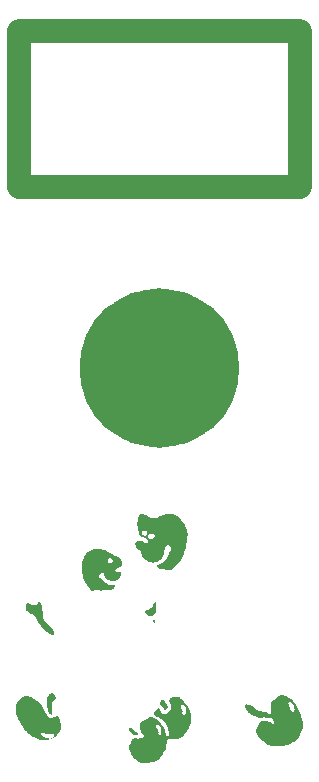
<source format=gtl>
G04 #@! TF.GenerationSoftware,KiCad,Pcbnew,8.0.5*
G04 #@! TF.CreationDate,2024-11-11T16:09:22-05:00*
G04 #@! TF.ProjectId,kicad_frontpanel,6b696361-645f-4667-926f-6e7470616e65,rev?*
G04 #@! TF.SameCoordinates,Original*
G04 #@! TF.FileFunction,Copper,L1,Top*
G04 #@! TF.FilePolarity,Positive*
%FSLAX46Y46*%
G04 Gerber Fmt 4.6, Leading zero omitted, Abs format (unit mm)*
G04 Created by KiCad (PCBNEW 8.0.5) date 2024-11-11 16:09:22*
%MOMM*%
%LPD*%
G01*
G04 APERTURE LIST*
G04 #@! TA.AperFunction,NonConductor*
%ADD10C,6.742712*%
G04 #@! TD*
G04 #@! TA.AperFunction,NonConductor*
%ADD11C,0.000000*%
G04 #@! TD*
G04 #@! TA.AperFunction,NonConductor*
%ADD12C,2.000000*%
G04 #@! TD*
G04 APERTURE END LIST*
D10*
X38371356Y-53725000D02*
G75*
G02*
X31628644Y-53725000I-3371356J0D01*
G01*
X31628644Y-53725000D02*
G75*
G02*
X38371356Y-53725000I3371356J0D01*
G01*
D11*
G04 #@! TA.AperFunction,NonConductor*
G36*
X25935349Y-81258559D02*
G01*
X25968831Y-81266889D01*
X26001874Y-81280906D01*
X26034292Y-81300876D01*
X26065898Y-81327064D01*
X26096509Y-81359738D01*
X26125939Y-81399163D01*
X26154002Y-81445605D01*
X26180512Y-81499330D01*
X26205285Y-81560605D01*
X26228135Y-81629695D01*
X26226583Y-81649388D01*
X26223324Y-81667567D01*
X26218469Y-81684393D01*
X26212130Y-81700025D01*
X26204420Y-81714624D01*
X26195449Y-81728349D01*
X26185330Y-81741361D01*
X26174174Y-81753821D01*
X26149200Y-81777721D01*
X26121419Y-81801333D01*
X26091727Y-81825936D01*
X26061016Y-81852813D01*
X26030182Y-81883246D01*
X26014997Y-81900196D01*
X26000117Y-81918515D01*
X25985653Y-81938363D01*
X25971716Y-81959902D01*
X25958419Y-81983290D01*
X25945874Y-82008689D01*
X25934191Y-82036257D01*
X25923483Y-82066157D01*
X25913861Y-82098547D01*
X25905437Y-82133587D01*
X25898324Y-82171439D01*
X25892632Y-82212262D01*
X25888473Y-82256217D01*
X25885960Y-82303463D01*
X25882260Y-82387967D01*
X25881495Y-82472181D01*
X25883293Y-82556148D01*
X25887283Y-82639907D01*
X25893091Y-82723501D01*
X25900346Y-82806971D01*
X25917708Y-82973705D01*
X25920317Y-82983389D01*
X25922209Y-82992596D01*
X25923411Y-83001327D01*
X25923950Y-83009580D01*
X25923854Y-83017355D01*
X25923149Y-83024652D01*
X25921863Y-83031469D01*
X25920023Y-83037807D01*
X25917655Y-83043664D01*
X25914788Y-83049040D01*
X25911448Y-83053934D01*
X25907662Y-83058345D01*
X25903458Y-83062274D01*
X25898862Y-83065718D01*
X25893902Y-83068679D01*
X25888605Y-83071154D01*
X25882998Y-83073143D01*
X25877108Y-83074646D01*
X25870962Y-83075662D01*
X25864587Y-83076190D01*
X25858011Y-83076230D01*
X25851261Y-83075781D01*
X25844363Y-83074843D01*
X25837345Y-83073414D01*
X25830234Y-83071494D01*
X25823057Y-83069083D01*
X25815842Y-83066179D01*
X25808614Y-83062783D01*
X25801403Y-83058893D01*
X25794234Y-83054509D01*
X25787134Y-83049630D01*
X25780132Y-83044256D01*
X25750367Y-83023219D01*
X25723162Y-83000512D01*
X25698388Y-82976222D01*
X25675917Y-82950437D01*
X25655621Y-82923244D01*
X25637373Y-82894731D01*
X25621045Y-82864983D01*
X25606509Y-82834089D01*
X25593636Y-82802136D01*
X25582300Y-82769210D01*
X25563723Y-82700792D01*
X25549756Y-82629532D01*
X25539374Y-82556127D01*
X25525278Y-82405674D01*
X25513248Y-82255015D01*
X25505451Y-82181352D01*
X25495100Y-82109730D01*
X25481174Y-82040846D01*
X25462649Y-81975399D01*
X25458908Y-81925950D01*
X25458806Y-81876334D01*
X25462156Y-81826815D01*
X25468775Y-81777661D01*
X25478475Y-81729138D01*
X25491073Y-81681511D01*
X25506382Y-81635046D01*
X25524217Y-81590010D01*
X25544393Y-81546670D01*
X25566724Y-81505290D01*
X25591026Y-81466137D01*
X25617112Y-81429478D01*
X25644798Y-81395578D01*
X25673897Y-81364703D01*
X25704225Y-81337120D01*
X25735596Y-81313095D01*
X25767825Y-81292894D01*
X25800727Y-81276782D01*
X25834115Y-81265027D01*
X25867805Y-81257894D01*
X25901611Y-81255649D01*
X25935349Y-81258559D01*
G37*
G04 #@! TD.AperFunction*
G04 #@! TA.AperFunction,NonConductor*
G36*
X45427379Y-81420358D02*
G01*
X45474877Y-81424648D01*
X45522938Y-81432648D01*
X45571730Y-81444332D01*
X45621422Y-81459675D01*
X45672180Y-81478650D01*
X45724174Y-81501233D01*
X45777570Y-81527396D01*
X45832538Y-81557114D01*
X45889244Y-81590362D01*
X46008544Y-81667342D01*
X46136815Y-81758129D01*
X46275401Y-81862516D01*
X46279878Y-81873733D01*
X46286583Y-81886107D01*
X46295345Y-81899474D01*
X46305992Y-81913667D01*
X46318355Y-81928521D01*
X46332263Y-81943872D01*
X46347545Y-81959553D01*
X46364032Y-81975400D01*
X46381552Y-81991246D01*
X46399934Y-82006927D01*
X46419010Y-82022278D01*
X46438607Y-82037132D01*
X46458556Y-82051325D01*
X46478685Y-82064691D01*
X46498825Y-82077065D01*
X46518805Y-82088282D01*
X46995028Y-83083061D01*
X46993699Y-83093245D01*
X46992991Y-83103931D01*
X46993279Y-83126667D01*
X46995572Y-83150984D01*
X46999549Y-83176597D01*
X47004891Y-83203224D01*
X47011276Y-83230579D01*
X47025896Y-83286339D01*
X47040847Y-83341602D01*
X47047645Y-83368337D01*
X47053565Y-83394095D01*
X47058286Y-83418593D01*
X47061488Y-83441545D01*
X47062850Y-83462668D01*
X47062741Y-83472455D01*
X47062052Y-83481678D01*
X47063545Y-83492251D01*
X47065395Y-83502768D01*
X47067626Y-83513171D01*
X47070266Y-83523403D01*
X47073340Y-83533408D01*
X47076874Y-83543129D01*
X47078821Y-83547865D01*
X47080894Y-83552508D01*
X47083093Y-83557052D01*
X47085425Y-83561490D01*
X47087890Y-83565814D01*
X47090493Y-83570017D01*
X47093237Y-83574092D01*
X47096125Y-83578032D01*
X47099160Y-83581831D01*
X47102345Y-83585480D01*
X47105685Y-83588972D01*
X47109181Y-83592301D01*
X47112837Y-83595460D01*
X47116657Y-83598441D01*
X47120644Y-83601237D01*
X47124800Y-83603842D01*
X47129130Y-83606248D01*
X47133636Y-83608447D01*
X47138321Y-83610434D01*
X47143189Y-83612200D01*
X47189047Y-83841494D01*
X47183291Y-83844041D01*
X47177925Y-83847033D01*
X47172950Y-83850438D01*
X47168364Y-83854226D01*
X47164165Y-83858365D01*
X47160353Y-83862824D01*
X47156925Y-83867573D01*
X47153881Y-83872580D01*
X47151220Y-83877815D01*
X47148940Y-83883245D01*
X47147039Y-83888842D01*
X47145517Y-83894572D01*
X47144372Y-83900406D01*
X47143603Y-83906312D01*
X47143209Y-83912260D01*
X47143188Y-83918218D01*
X47143540Y-83924155D01*
X47144261Y-83930041D01*
X47145353Y-83935844D01*
X47146812Y-83941533D01*
X47148639Y-83947077D01*
X47150831Y-83952446D01*
X47153387Y-83957608D01*
X47156307Y-83962533D01*
X47159588Y-83967189D01*
X47163229Y-83971545D01*
X47167230Y-83975570D01*
X47171588Y-83979233D01*
X47176303Y-83982504D01*
X47181373Y-83985352D01*
X47186797Y-83987744D01*
X47192574Y-83989651D01*
X47150242Y-84275385D01*
X47142310Y-84278325D01*
X47134403Y-84281875D01*
X47126548Y-84286066D01*
X47118770Y-84290928D01*
X47111096Y-84296494D01*
X47103551Y-84302793D01*
X47096161Y-84309856D01*
X47088951Y-84317716D01*
X47081949Y-84326402D01*
X47075179Y-84335947D01*
X47068667Y-84346380D01*
X47062440Y-84357732D01*
X47056522Y-84370036D01*
X47050941Y-84383321D01*
X47045721Y-84397620D01*
X47040888Y-84412962D01*
X47031194Y-84443851D01*
X47020709Y-84474378D01*
X46997841Y-84534553D01*
X46973238Y-84593902D01*
X46947849Y-84652837D01*
X46922626Y-84711772D01*
X46898518Y-84771121D01*
X46887180Y-84801080D01*
X46876478Y-84831297D01*
X46866530Y-84861824D01*
X46857455Y-84892713D01*
X46843097Y-84917140D01*
X46827835Y-84940837D01*
X46794779Y-84986180D01*
X46758653Y-85029023D01*
X46719824Y-85069643D01*
X46678660Y-85108321D01*
X46635527Y-85145335D01*
X46590792Y-85180963D01*
X46544823Y-85215486D01*
X46450645Y-85282331D01*
X46355931Y-85348102D01*
X46263614Y-85415030D01*
X46219272Y-85449625D01*
X46176631Y-85485348D01*
X46142798Y-85509735D01*
X46107533Y-85531461D01*
X46070977Y-85550758D01*
X46033268Y-85567860D01*
X45994546Y-85582998D01*
X45954951Y-85596404D01*
X45914623Y-85608312D01*
X45873700Y-85618955D01*
X45790629Y-85637371D01*
X45706855Y-85653514D01*
X45623495Y-85669244D01*
X45541665Y-85686420D01*
X45485085Y-85696693D01*
X45427838Y-85705105D01*
X45370002Y-85711781D01*
X45311655Y-85716845D01*
X45252874Y-85720420D01*
X45193736Y-85722632D01*
X45074701Y-85723459D01*
X44955170Y-85720317D01*
X44835763Y-85714199D01*
X44599801Y-85697002D01*
X44591366Y-85695883D01*
X44583251Y-85695162D01*
X44575446Y-85694823D01*
X44567941Y-85694851D01*
X44560726Y-85695231D01*
X44553789Y-85695946D01*
X44547122Y-85696982D01*
X44540712Y-85698323D01*
X44534551Y-85699953D01*
X44528628Y-85701858D01*
X44522932Y-85704020D01*
X44517453Y-85706425D01*
X44512180Y-85709058D01*
X44507104Y-85711903D01*
X44502214Y-85714944D01*
X44499922Y-85716511D01*
X44049494Y-85562958D01*
X44049201Y-85554284D01*
X44048302Y-85545492D01*
X44046774Y-85536628D01*
X44044589Y-85527737D01*
X44041722Y-85518867D01*
X44038147Y-85510065D01*
X44033838Y-85501376D01*
X44031401Y-85497089D01*
X44028770Y-85492847D01*
X44025943Y-85488657D01*
X44022916Y-85484525D01*
X44019687Y-85480456D01*
X44016251Y-85476456D01*
X44012607Y-85472531D01*
X44008749Y-85468687D01*
X44004676Y-85464929D01*
X44000384Y-85461264D01*
X43995870Y-85457697D01*
X43991130Y-85454234D01*
X43986162Y-85450881D01*
X43980962Y-85447643D01*
X43975527Y-85444527D01*
X43969853Y-85441538D01*
X43963938Y-85438682D01*
X43957778Y-85435965D01*
X43935732Y-85424357D01*
X43914523Y-85412057D01*
X43894080Y-85399116D01*
X43874328Y-85385586D01*
X43855197Y-85371519D01*
X43836613Y-85356966D01*
X43818505Y-85341978D01*
X43800800Y-85326609D01*
X43783426Y-85310909D01*
X43766310Y-85294929D01*
X43732563Y-85262341D01*
X43664988Y-85196089D01*
X43596469Y-85145152D01*
X43531546Y-85089213D01*
X43470840Y-85028728D01*
X43414970Y-84964149D01*
X43364558Y-84895933D01*
X43320222Y-84824534D01*
X43300526Y-84787782D01*
X43282582Y-84750406D01*
X43266468Y-84712461D01*
X43252260Y-84674005D01*
X43240037Y-84635094D01*
X43229875Y-84595785D01*
X43221853Y-84556135D01*
X43216047Y-84516200D01*
X43212536Y-84476039D01*
X43211397Y-84435707D01*
X43212707Y-84395261D01*
X43216543Y-84354758D01*
X43222984Y-84314256D01*
X43232107Y-84273810D01*
X43243989Y-84233478D01*
X43258709Y-84193317D01*
X43276342Y-84153382D01*
X43296968Y-84113733D01*
X43320663Y-84074424D01*
X43347504Y-84035513D01*
X43358689Y-84020393D01*
X43369143Y-84004837D01*
X43378942Y-83988904D01*
X43388161Y-83972657D01*
X43405165Y-83939454D01*
X43420757Y-83905708D01*
X43450129Y-83838511D01*
X43465117Y-83806022D01*
X43481112Y-83774912D01*
X43489677Y-83760024D01*
X43498720Y-83745662D01*
X43508318Y-83731885D01*
X43518545Y-83718753D01*
X43529477Y-83706326D01*
X43541191Y-83694665D01*
X43553761Y-83683830D01*
X43567263Y-83673879D01*
X43581772Y-83664875D01*
X43597365Y-83656876D01*
X43614117Y-83649943D01*
X43632103Y-83644136D01*
X43651399Y-83639515D01*
X43672080Y-83636140D01*
X43694223Y-83634071D01*
X43717902Y-83633367D01*
X43770771Y-83638063D01*
X43824694Y-83640671D01*
X43934628Y-83642187D01*
X44045554Y-83643041D01*
X44100717Y-83644822D01*
X44155322Y-83648360D01*
X44209101Y-83654296D01*
X44261784Y-83663270D01*
X44313103Y-83675924D01*
X44338167Y-83683830D01*
X44362789Y-83692897D01*
X44386936Y-83703203D01*
X44410573Y-83714830D01*
X44433668Y-83727858D01*
X44456187Y-83742366D01*
X44478097Y-83758434D01*
X44499362Y-83776143D01*
X44519951Y-83795572D01*
X44539830Y-83816803D01*
X44565833Y-83835636D01*
X44589653Y-83851225D01*
X44611360Y-83863715D01*
X44631023Y-83873251D01*
X44648712Y-83879979D01*
X44664497Y-83884043D01*
X44678448Y-83885590D01*
X44690633Y-83884764D01*
X44701124Y-83881711D01*
X44709990Y-83876576D01*
X44717301Y-83869505D01*
X44723125Y-83860642D01*
X44727534Y-83850134D01*
X44730597Y-83838126D01*
X44732384Y-83824762D01*
X44732964Y-83810188D01*
X44730783Y-83777993D01*
X44724613Y-83742702D01*
X44715012Y-83705479D01*
X44702538Y-83667486D01*
X44687749Y-83629885D01*
X44671203Y-83593840D01*
X44653459Y-83560513D01*
X44635073Y-83531067D01*
X44617925Y-83500054D01*
X44600860Y-83472382D01*
X44583860Y-83447876D01*
X44566906Y-83426362D01*
X44549977Y-83407667D01*
X44533055Y-83391618D01*
X44516119Y-83378039D01*
X44499152Y-83366758D01*
X44482132Y-83357601D01*
X44465042Y-83350394D01*
X44447861Y-83344963D01*
X44430571Y-83341135D01*
X44413151Y-83338736D01*
X44395582Y-83337591D01*
X44377846Y-83337528D01*
X44359923Y-83338372D01*
X44207465Y-83356948D01*
X44186983Y-83358141D01*
X44166121Y-83358504D01*
X44144858Y-83357863D01*
X44123175Y-83356045D01*
X44101053Y-83352876D01*
X44078472Y-83348182D01*
X44055413Y-83341788D01*
X44031857Y-83333523D01*
X44012936Y-83323791D01*
X43993880Y-83315692D01*
X43974701Y-83309122D01*
X43955408Y-83303979D01*
X43936011Y-83300159D01*
X43916522Y-83297558D01*
X43896949Y-83296073D01*
X43877305Y-83295601D01*
X43837840Y-83297282D01*
X43798210Y-83301774D01*
X43758497Y-83308251D01*
X43718784Y-83315885D01*
X43639689Y-83331318D01*
X43600472Y-83337463D01*
X43561587Y-83341459D01*
X43542293Y-83342393D01*
X43523114Y-83342479D01*
X43504059Y-83341614D01*
X43485138Y-83339696D01*
X43466361Y-83336619D01*
X43447740Y-83332282D01*
X43429284Y-83326581D01*
X43411004Y-83319412D01*
X43223442Y-83253311D01*
X43126718Y-83215811D01*
X43029638Y-83174891D01*
X42933405Y-83130209D01*
X42839224Y-83081424D01*
X42748298Y-83028195D01*
X42704432Y-82999807D01*
X42661832Y-82970181D01*
X42620647Y-82939273D01*
X42581029Y-82907041D01*
X42543128Y-82873442D01*
X42507094Y-82838434D01*
X42473077Y-82801974D01*
X42441230Y-82764019D01*
X42411701Y-82724527D01*
X42384641Y-82683455D01*
X42360201Y-82640760D01*
X42338532Y-82596400D01*
X42319783Y-82550332D01*
X42304106Y-82502514D01*
X42291650Y-82452903D01*
X42282567Y-82401456D01*
X42277007Y-82348131D01*
X42275120Y-82292885D01*
X42276200Y-82275770D01*
X42278138Y-82260144D01*
X42279438Y-82252889D01*
X42280964Y-82246006D01*
X42282720Y-82239495D01*
X42284710Y-82233357D01*
X42286938Y-82227590D01*
X42289407Y-82222195D01*
X42292122Y-82217172D01*
X42295086Y-82212522D01*
X42298304Y-82208243D01*
X42301778Y-82204337D01*
X42305513Y-82200802D01*
X42309513Y-82197640D01*
X42313782Y-82194849D01*
X42318324Y-82192431D01*
X42323142Y-82190385D01*
X42328240Y-82188710D01*
X42333622Y-82187408D01*
X42339293Y-82186478D01*
X42345255Y-82185920D01*
X42351514Y-82185734D01*
X42358072Y-82185920D01*
X42364933Y-82186478D01*
X42372102Y-82187408D01*
X42379583Y-82188710D01*
X42387379Y-82190385D01*
X42395493Y-82192431D01*
X42412696Y-82197639D01*
X42501548Y-82213928D01*
X42581359Y-82231012D01*
X42652779Y-82248837D01*
X42716460Y-82267350D01*
X42773055Y-82286499D01*
X42823214Y-82306231D01*
X42867589Y-82326492D01*
X42906833Y-82347230D01*
X42972531Y-82389925D01*
X43025523Y-82433890D01*
X43114243Y-82523940D01*
X43160399Y-82569177D01*
X43214704Y-82613990D01*
X43282371Y-82657956D01*
X43322845Y-82679489D01*
X43368615Y-82700650D01*
X43420333Y-82721389D01*
X43478650Y-82741650D01*
X43544218Y-82761382D01*
X43617689Y-82780531D01*
X43699715Y-82799045D01*
X43790946Y-82816870D01*
X44003636Y-82850243D01*
X44037782Y-82858179D01*
X44054576Y-82862334D01*
X44071102Y-82866777D01*
X44087296Y-82871635D01*
X44103098Y-82877029D01*
X44118445Y-82883085D01*
X44133275Y-82889927D01*
X44140477Y-82893681D01*
X44147527Y-82897678D01*
X44154416Y-82901934D01*
X44161138Y-82906463D01*
X44167683Y-82911281D01*
X44174046Y-82916405D01*
X44180217Y-82921849D01*
X44186189Y-82927628D01*
X44191955Y-82933759D01*
X44197506Y-82940257D01*
X44202834Y-82947138D01*
X44207933Y-82954416D01*
X44212795Y-82962108D01*
X44217410Y-82970228D01*
X44221773Y-82978793D01*
X44225875Y-82987818D01*
X44229855Y-83000802D01*
X44234487Y-83012650D01*
X44239718Y-83023385D01*
X44245497Y-83033028D01*
X44251771Y-83041602D01*
X44258491Y-83049128D01*
X44265603Y-83055628D01*
X44273056Y-83061125D01*
X44280798Y-83065640D01*
X44288778Y-83069195D01*
X44296944Y-83071812D01*
X44305245Y-83073513D01*
X44313628Y-83074320D01*
X44322042Y-83074255D01*
X44330436Y-83073340D01*
X44338757Y-83071598D01*
X44346954Y-83069049D01*
X44354976Y-83065715D01*
X44362770Y-83061620D01*
X44370285Y-83056784D01*
X44377469Y-83051231D01*
X44384271Y-83044981D01*
X44390639Y-83038056D01*
X44396521Y-83030479D01*
X44401866Y-83022272D01*
X44406622Y-83013456D01*
X44410737Y-83004054D01*
X44414159Y-82994088D01*
X44416838Y-82983578D01*
X44418721Y-82972548D01*
X44419756Y-82961020D01*
X44419892Y-82949015D01*
X44426823Y-82841864D01*
X44436316Y-82734713D01*
X44458694Y-82520412D01*
X44469428Y-82413262D01*
X44478426Y-82306112D01*
X44484613Y-82198961D01*
X44485687Y-82148975D01*
X45924521Y-82148975D01*
X45924579Y-82162362D01*
X45926107Y-82176079D01*
X45929183Y-82190086D01*
X45933882Y-82204342D01*
X45940282Y-82218803D01*
X46095496Y-82607719D01*
X46121285Y-82662240D01*
X46148355Y-82713009D01*
X46176665Y-82758508D01*
X46191272Y-82778806D01*
X46206174Y-82797216D01*
X46221365Y-82813550D01*
X46236841Y-82827616D01*
X46252595Y-82839225D01*
X46268623Y-82848187D01*
X46284920Y-82854312D01*
X46301481Y-82857410D01*
X46318300Y-82857292D01*
X46335372Y-82853767D01*
X46345887Y-82850836D01*
X46355628Y-82847351D01*
X46364626Y-82843336D01*
X46372913Y-82838816D01*
X46380521Y-82833816D01*
X46387481Y-82828359D01*
X46393824Y-82822471D01*
X46399583Y-82816176D01*
X46404789Y-82809499D01*
X46409474Y-82802464D01*
X46413670Y-82795095D01*
X46417407Y-82787418D01*
X46420718Y-82779457D01*
X46423634Y-82771236D01*
X46428410Y-82754113D01*
X46431987Y-82736246D01*
X46434618Y-82717831D01*
X46436556Y-82699065D01*
X46438056Y-82680144D01*
X46440750Y-82642622D01*
X46442451Y-82624414D01*
X46444726Y-82606836D01*
X46441914Y-82566902D01*
X46437443Y-82527789D01*
X46431309Y-82489493D01*
X46423506Y-82452008D01*
X46414028Y-82415329D01*
X46402871Y-82379451D01*
X46390030Y-82344369D01*
X46375498Y-82310078D01*
X46359272Y-82276572D01*
X46341346Y-82243846D01*
X46321714Y-82211895D01*
X46300372Y-82180714D01*
X46277315Y-82150298D01*
X46252536Y-82120642D01*
X46226032Y-82091740D01*
X46197796Y-82063587D01*
X46197796Y-82063589D01*
X46187216Y-82052421D01*
X46176030Y-82042699D01*
X46164316Y-82034383D01*
X46152151Y-82027431D01*
X46139610Y-82021802D01*
X46126772Y-82017455D01*
X46113714Y-82014347D01*
X46100511Y-82012439D01*
X46087241Y-82011688D01*
X46073980Y-82012053D01*
X46060807Y-82013493D01*
X46047796Y-82015967D01*
X46035026Y-82019432D01*
X46022574Y-82023849D01*
X46010515Y-82029174D01*
X45998927Y-82035368D01*
X45987887Y-82042389D01*
X45977471Y-82050195D01*
X45967757Y-82058746D01*
X45958821Y-82067999D01*
X45950741Y-82077913D01*
X45943592Y-82088448D01*
X45937453Y-82099561D01*
X45932399Y-82111212D01*
X45928508Y-82123358D01*
X45925856Y-82135960D01*
X45924521Y-82148975D01*
X44485687Y-82148975D01*
X44486914Y-82091810D01*
X44487006Y-82080650D01*
X44487314Y-82069666D01*
X44487891Y-82058868D01*
X44488788Y-82048267D01*
X44490058Y-82037872D01*
X44491751Y-82027694D01*
X44493920Y-82017743D01*
X44496615Y-82008030D01*
X44499890Y-81998565D01*
X44503795Y-81989359D01*
X44506000Y-81984856D01*
X44508382Y-81980421D01*
X44510947Y-81976056D01*
X44513702Y-81971762D01*
X44516654Y-81967541D01*
X44519809Y-81963393D01*
X44523172Y-81959320D01*
X44526752Y-81955323D01*
X44530554Y-81951404D01*
X44534584Y-81947564D01*
X44538849Y-81943803D01*
X44543357Y-81940124D01*
X44668300Y-81818801D01*
X44784748Y-81713973D01*
X44840207Y-81667679D01*
X44894045Y-81625432D01*
X44946431Y-81587204D01*
X44997534Y-81552971D01*
X45047520Y-81522707D01*
X45096557Y-81496385D01*
X45144815Y-81473980D01*
X45192460Y-81455466D01*
X45239661Y-81440818D01*
X45286585Y-81430008D01*
X45333401Y-81423013D01*
X45380276Y-81419805D01*
X45427379Y-81420358D01*
G37*
G04 #@! TD.AperFunction*
G04 #@! TA.AperFunction,NonConductor*
G36*
X36293568Y-81535867D02*
G01*
X36306447Y-81537977D01*
X36319785Y-81546550D01*
X36333326Y-81553811D01*
X36347045Y-81559853D01*
X36360918Y-81564772D01*
X36374920Y-81568659D01*
X36389026Y-81571609D01*
X36403213Y-81573715D01*
X36417455Y-81575072D01*
X36431729Y-81575772D01*
X36446009Y-81575910D01*
X36474489Y-81574872D01*
X36530448Y-81570167D01*
X36557534Y-81567997D01*
X36583762Y-81566949D01*
X36596493Y-81567080D01*
X36608935Y-81567772D01*
X36621066Y-81569119D01*
X36632859Y-81571214D01*
X36644290Y-81574152D01*
X36655335Y-81578026D01*
X36665969Y-81582929D01*
X36676168Y-81588956D01*
X36685907Y-81596199D01*
X36695162Y-81604753D01*
X36703908Y-81614711D01*
X36712120Y-81626167D01*
X36723493Y-81641749D01*
X36735145Y-81656737D01*
X36747107Y-81671115D01*
X36759411Y-81684868D01*
X36772086Y-81697980D01*
X36785165Y-81710436D01*
X36798678Y-81722220D01*
X36812655Y-81733317D01*
X36827129Y-81743711D01*
X36842130Y-81753387D01*
X36857689Y-81762329D01*
X36873837Y-81770522D01*
X36890605Y-81777950D01*
X36908024Y-81784598D01*
X36926126Y-81790450D01*
X36944940Y-81795490D01*
X36956650Y-81798853D01*
X36967351Y-81802961D01*
X36977109Y-81807774D01*
X36985990Y-81813253D01*
X36994059Y-81819356D01*
X37001383Y-81826045D01*
X37008028Y-81833280D01*
X37014059Y-81841019D01*
X37019542Y-81849223D01*
X37024543Y-81857853D01*
X37033364Y-81876226D01*
X37041048Y-81895819D01*
X37048122Y-81916311D01*
X37062549Y-81958711D01*
X37070956Y-81979978D01*
X37080862Y-82000863D01*
X37086542Y-82011062D01*
X37092794Y-82021045D01*
X37099684Y-82030773D01*
X37107278Y-82040204D01*
X37115642Y-82049300D01*
X37124841Y-82058019D01*
X37134943Y-82066323D01*
X37146012Y-82074171D01*
X37244126Y-82181419D01*
X37332175Y-82291400D01*
X37410260Y-82403954D01*
X37478487Y-82518922D01*
X37536957Y-82636143D01*
X37585775Y-82755456D01*
X37625043Y-82876702D01*
X37654866Y-82999721D01*
X37675346Y-83124352D01*
X37686587Y-83250435D01*
X37688692Y-83377809D01*
X37681764Y-83506316D01*
X37665907Y-83635793D01*
X37641224Y-83766082D01*
X37607819Y-83897023D01*
X37565795Y-84028454D01*
X37557841Y-84035271D01*
X37550495Y-84042478D01*
X37543721Y-84050052D01*
X37537484Y-84057969D01*
X37531752Y-84066207D01*
X37526489Y-84074742D01*
X37521661Y-84083551D01*
X37517235Y-84092611D01*
X37509449Y-84111389D01*
X37502856Y-84130891D01*
X37497183Y-84150929D01*
X37492156Y-84171320D01*
X37482944Y-84212410D01*
X37478212Y-84232739D01*
X37473030Y-84252674D01*
X37467125Y-84272031D01*
X37460222Y-84290624D01*
X37452048Y-84308265D01*
X37447399Y-84316671D01*
X37442329Y-84324770D01*
X37362350Y-84446222D01*
X37282566Y-84555678D01*
X37203108Y-84653751D01*
X37124109Y-84741052D01*
X37045703Y-84818194D01*
X36968020Y-84885790D01*
X36891194Y-84944451D01*
X36815356Y-84994790D01*
X36740640Y-85037419D01*
X36667178Y-85072951D01*
X36595102Y-85101999D01*
X36524545Y-85125173D01*
X36455638Y-85143087D01*
X36388515Y-85156353D01*
X36323307Y-85165583D01*
X36260148Y-85171390D01*
X36199169Y-85174386D01*
X36140504Y-85175183D01*
X36030642Y-85172630D01*
X35931620Y-85168631D01*
X35844499Y-85168083D01*
X35805733Y-85170634D01*
X35770338Y-85175886D01*
X35738449Y-85184449D01*
X35710196Y-85196938D01*
X35685713Y-85213963D01*
X35665132Y-85236137D01*
X35648586Y-85264074D01*
X35636206Y-85298384D01*
X35630793Y-85340598D01*
X35623984Y-85382605D01*
X35607214Y-85466165D01*
X35568300Y-85632623D01*
X35550290Y-85716183D01*
X35542551Y-85758190D01*
X35536000Y-85800404D01*
X35530897Y-85842865D01*
X35527498Y-85885617D01*
X35526063Y-85928699D01*
X35526850Y-85972153D01*
X35526723Y-85980086D01*
X35526327Y-85987999D01*
X35525641Y-85995871D01*
X35524645Y-86003681D01*
X35523319Y-86011408D01*
X35521641Y-86019031D01*
X35519592Y-86026531D01*
X35517149Y-86033885D01*
X35514293Y-86041075D01*
X35511003Y-86048078D01*
X35507259Y-86054875D01*
X35503039Y-86061444D01*
X35498323Y-86067766D01*
X35495772Y-86070827D01*
X35493090Y-86073819D01*
X35490274Y-86076738D01*
X35487320Y-86079582D01*
X35484227Y-86082349D01*
X35480992Y-86085035D01*
X35459554Y-86102718D01*
X35440121Y-86121330D01*
X35422549Y-86140811D01*
X35406692Y-86161098D01*
X35392405Y-86182129D01*
X35379546Y-86203842D01*
X35367967Y-86226176D01*
X35357525Y-86249067D01*
X35348076Y-86272455D01*
X35339474Y-86296276D01*
X35331575Y-86320470D01*
X35324234Y-86344974D01*
X35310647Y-86394663D01*
X35297557Y-86444849D01*
X35293382Y-86461860D01*
X35291093Y-86470203D01*
X35288628Y-86478417D01*
X35285956Y-86486485D01*
X35283047Y-86494394D01*
X35279869Y-86502127D01*
X35276392Y-86509669D01*
X35272583Y-86517003D01*
X35268413Y-86524116D01*
X35263850Y-86530991D01*
X35258864Y-86537613D01*
X35253422Y-86543967D01*
X35247495Y-86550036D01*
X35244340Y-86552959D01*
X35241051Y-86555806D01*
X35237626Y-86558573D01*
X35234060Y-86561260D01*
X35213261Y-86576098D01*
X35193176Y-86591499D01*
X35173772Y-86607447D01*
X35155020Y-86623928D01*
X35136888Y-86640926D01*
X35119345Y-86658425D01*
X35102360Y-86676410D01*
X35085902Y-86694865D01*
X35069940Y-86713774D01*
X35054443Y-86733124D01*
X35039380Y-86752896D01*
X35024720Y-86773077D01*
X35010433Y-86793651D01*
X34996486Y-86814602D01*
X34969492Y-86857574D01*
X34962672Y-86868489D01*
X34955443Y-86878747D01*
X34947812Y-86888354D01*
X34939783Y-86897315D01*
X34931361Y-86905635D01*
X34922551Y-86913320D01*
X34913359Y-86920375D01*
X34903790Y-86926804D01*
X34893849Y-86932613D01*
X34883541Y-86937807D01*
X34872871Y-86942391D01*
X34861845Y-86946371D01*
X34850468Y-86949751D01*
X34838744Y-86952537D01*
X34826679Y-86954734D01*
X34814278Y-86956346D01*
X33967216Y-87172852D01*
X33859946Y-87189087D01*
X33753694Y-87197318D01*
X33701074Y-87197907D01*
X33648858Y-87195865D01*
X33597095Y-87190982D01*
X33545835Y-87183049D01*
X33495128Y-87171855D01*
X33445024Y-87157191D01*
X33395573Y-87138846D01*
X33346823Y-87116611D01*
X33298825Y-87090275D01*
X33251629Y-87059629D01*
X33205284Y-87024464D01*
X33159840Y-86984568D01*
X33149257Y-86973986D01*
X33068482Y-86911920D01*
X32998625Y-86855957D01*
X32938452Y-86805006D01*
X32886728Y-86757977D01*
X32842217Y-86713779D01*
X32803685Y-86671324D01*
X32769897Y-86629519D01*
X32739617Y-86587275D01*
X32711610Y-86543501D01*
X32684643Y-86497108D01*
X32628883Y-86392100D01*
X32562459Y-86263529D01*
X32522159Y-86187682D01*
X32475488Y-86102673D01*
X32470111Y-86095686D01*
X32465208Y-86088614D01*
X32460758Y-86081454D01*
X32456741Y-86074204D01*
X32449918Y-86059422D01*
X32444567Y-86044247D01*
X32440518Y-86028658D01*
X32437601Y-86012636D01*
X32435646Y-85996159D01*
X32434480Y-85979207D01*
X32433935Y-85961758D01*
X32433840Y-85943793D01*
X32434315Y-85906229D01*
X32434542Y-85866351D01*
X32434137Y-85845492D01*
X32433158Y-85823992D01*
X32431522Y-85805772D01*
X32431195Y-85787492D01*
X32432099Y-85769155D01*
X32434156Y-85750760D01*
X32437292Y-85732312D01*
X32441428Y-85713811D01*
X32452394Y-85676661D01*
X32466440Y-85639324D01*
X32482950Y-85601817D01*
X32501311Y-85564155D01*
X32520906Y-85526353D01*
X32561342Y-85450393D01*
X32580953Y-85412266D01*
X32599340Y-85374061D01*
X32615886Y-85335794D01*
X32629979Y-85297480D01*
X32641001Y-85259136D01*
X32645170Y-85239957D01*
X32648340Y-85220776D01*
X32653538Y-85213453D01*
X32659829Y-85206053D01*
X32675431Y-85191129D01*
X32694629Y-85176215D01*
X32716908Y-85161523D01*
X32741749Y-85147266D01*
X32768637Y-85133654D01*
X32797054Y-85120900D01*
X32826484Y-85109216D01*
X32856410Y-85098813D01*
X32886315Y-85089904D01*
X32915683Y-85082699D01*
X32943996Y-85077412D01*
X32970739Y-85074254D01*
X32995394Y-85073437D01*
X33006777Y-85073972D01*
X33017445Y-85075172D01*
X33027332Y-85077063D01*
X33036375Y-85079672D01*
X33048241Y-85083434D01*
X33060034Y-85086789D01*
X33071766Y-85089740D01*
X33083446Y-85092293D01*
X33095085Y-85094454D01*
X33106692Y-85096227D01*
X33118279Y-85097618D01*
X33129856Y-85098632D01*
X33141432Y-85099273D01*
X33153019Y-85099548D01*
X33164627Y-85099461D01*
X33176266Y-85099018D01*
X33187946Y-85098223D01*
X33199677Y-85097082D01*
X33211471Y-85095600D01*
X33223337Y-85093782D01*
X33248711Y-85085832D01*
X33276850Y-85078956D01*
X33307211Y-85072824D01*
X33339251Y-85067105D01*
X33406199Y-85055585D01*
X33440022Y-85049123D01*
X33473354Y-85041751D01*
X33505653Y-85033139D01*
X33536375Y-85022956D01*
X33550976Y-85017172D01*
X33564979Y-85010871D01*
X33578317Y-85004012D01*
X33590922Y-84996554D01*
X33602726Y-84988455D01*
X33613661Y-84979674D01*
X33623660Y-84970169D01*
X33632654Y-84959900D01*
X33640576Y-84948825D01*
X33647358Y-84936902D01*
X33652932Y-84924091D01*
X33657230Y-84910349D01*
X33660218Y-84894930D01*
X33661950Y-84880382D01*
X33662496Y-84866647D01*
X33661922Y-84853666D01*
X33660296Y-84841380D01*
X33657687Y-84829730D01*
X33654162Y-84818657D01*
X33649789Y-84808104D01*
X33644635Y-84798010D01*
X33638769Y-84788317D01*
X33632259Y-84778966D01*
X33625171Y-84769900D01*
X33609538Y-84752381D01*
X33592410Y-84735292D01*
X33555846Y-84700519D01*
X33537494Y-84681895D01*
X33519819Y-84661819D01*
X33511405Y-84651090D01*
X33503364Y-84639821D01*
X33495763Y-84627954D01*
X33488670Y-84615430D01*
X33482154Y-84602191D01*
X33476282Y-84588177D01*
X33471121Y-84573330D01*
X33466740Y-84557590D01*
X33448425Y-84513957D01*
X33430844Y-84462008D01*
X33414483Y-84403105D01*
X33399827Y-84338605D01*
X33387361Y-84269868D01*
X33377572Y-84198253D01*
X33370946Y-84125119D01*
X33367968Y-84051824D01*
X33368185Y-84038263D01*
X34680065Y-84038263D01*
X34680917Y-84052932D01*
X34683399Y-84067867D01*
X34687585Y-84082997D01*
X34693549Y-84098246D01*
X34701365Y-84113542D01*
X34711108Y-84128811D01*
X34722852Y-84143980D01*
X34736672Y-84158974D01*
X34782165Y-84214809D01*
X34803958Y-84243057D01*
X34824806Y-84271636D01*
X34844476Y-84300628D01*
X34862734Y-84330117D01*
X34879350Y-84360184D01*
X34894090Y-84390912D01*
X34906721Y-84422385D01*
X34917012Y-84454684D01*
X34924729Y-84487893D01*
X34927551Y-84504865D01*
X34929641Y-84522094D01*
X34930972Y-84539593D01*
X34931514Y-84557370D01*
X34931239Y-84575437D01*
X34930116Y-84593803D01*
X34928118Y-84612480D01*
X34925215Y-84631477D01*
X34921378Y-84650804D01*
X34916578Y-84670473D01*
X34917377Y-84691025D01*
X34919704Y-84709714D01*
X34923455Y-84726579D01*
X34928525Y-84741659D01*
X34934809Y-84754992D01*
X34942203Y-84766617D01*
X34950602Y-84776574D01*
X34959901Y-84784899D01*
X34969996Y-84791634D01*
X34980783Y-84796815D01*
X34992155Y-84800483D01*
X35004010Y-84802675D01*
X35016242Y-84803431D01*
X35028746Y-84802789D01*
X35041418Y-84800788D01*
X35054154Y-84797466D01*
X35066848Y-84792864D01*
X35079397Y-84787018D01*
X35091694Y-84779968D01*
X35103637Y-84771754D01*
X35115119Y-84762412D01*
X35126037Y-84751983D01*
X35136286Y-84740505D01*
X35145761Y-84728017D01*
X35154358Y-84714557D01*
X35161971Y-84700165D01*
X35168497Y-84684878D01*
X35173830Y-84668737D01*
X35177867Y-84651779D01*
X35180501Y-84634043D01*
X35181630Y-84615568D01*
X35181147Y-84596394D01*
X35170706Y-84548454D01*
X35162765Y-84502410D01*
X35156685Y-84458092D01*
X35151824Y-84415330D01*
X35143198Y-84333789D01*
X35138151Y-84294670D01*
X35131761Y-84256424D01*
X35123387Y-84218880D01*
X35112387Y-84181869D01*
X35105703Y-84163510D01*
X35098122Y-84145220D01*
X35089564Y-84126977D01*
X35079950Y-84108761D01*
X35069199Y-84090551D01*
X35057231Y-84072324D01*
X35043966Y-84054059D01*
X35029323Y-84035736D01*
X35013224Y-84017333D01*
X34995588Y-83998828D01*
X34976333Y-83980201D01*
X34955382Y-83961430D01*
X34955382Y-83957901D01*
X34939407Y-83944061D01*
X34923278Y-83932255D01*
X34907071Y-83922411D01*
X34890859Y-83914454D01*
X34874717Y-83908310D01*
X34858719Y-83903907D01*
X34842939Y-83901170D01*
X34827452Y-83900026D01*
X34812332Y-83900402D01*
X34797653Y-83902223D01*
X34783489Y-83905415D01*
X34769915Y-83909906D01*
X34757005Y-83915622D01*
X34744834Y-83922489D01*
X34733475Y-83930433D01*
X34723002Y-83939381D01*
X34713491Y-83949259D01*
X34705016Y-83959993D01*
X34697650Y-83971511D01*
X34691468Y-83983737D01*
X34686544Y-83996600D01*
X34682953Y-84010024D01*
X34680768Y-84023936D01*
X34680065Y-84038263D01*
X33368185Y-84038263D01*
X33369124Y-83979728D01*
X33374899Y-83910190D01*
X33379671Y-83876805D01*
X33385780Y-83844569D01*
X33393286Y-83813652D01*
X33402252Y-83784224D01*
X33412736Y-83756454D01*
X33424800Y-83730513D01*
X33438505Y-83706571D01*
X33453911Y-83684797D01*
X33471080Y-83665361D01*
X33490071Y-83648433D01*
X33510946Y-83634184D01*
X33533765Y-83622782D01*
X33564950Y-83614273D01*
X33595698Y-83604071D01*
X33626043Y-83592344D01*
X33656024Y-83579259D01*
X33715038Y-83549681D01*
X33773034Y-83516678D01*
X33887150Y-83445748D01*
X33943859Y-83410497D01*
X34000728Y-83377173D01*
X34058052Y-83347116D01*
X34086977Y-83333730D01*
X34116126Y-83321662D01*
X34145535Y-83311080D01*
X34175243Y-83302151D01*
X34205285Y-83295042D01*
X34235698Y-83289921D01*
X34266520Y-83286954D01*
X34297787Y-83286309D01*
X34329535Y-83288154D01*
X34361803Y-83292656D01*
X34394626Y-83299981D01*
X34428041Y-83310298D01*
X34462085Y-83323773D01*
X34496795Y-83340574D01*
X34572162Y-83365423D01*
X34641199Y-83391201D01*
X34704438Y-83418178D01*
X34762411Y-83446623D01*
X34815651Y-83476804D01*
X34864691Y-83508990D01*
X34910061Y-83543449D01*
X34952294Y-83580451D01*
X34991924Y-83620263D01*
X35029481Y-83663156D01*
X35065498Y-83709397D01*
X35100508Y-83759255D01*
X35135042Y-83812999D01*
X35169633Y-83870897D01*
X35204814Y-83933219D01*
X35241115Y-84000233D01*
X35268821Y-84023768D01*
X35294474Y-84049910D01*
X35318191Y-84078431D01*
X35340087Y-84109105D01*
X35360282Y-84141707D01*
X35378890Y-84176010D01*
X35396030Y-84211789D01*
X35411817Y-84248817D01*
X35439805Y-84325715D01*
X35463787Y-84404898D01*
X35484700Y-84484557D01*
X35503479Y-84562882D01*
X35538376Y-84708298D01*
X35556365Y-84771772D01*
X35575960Y-84826679D01*
X35586653Y-84850354D01*
X35598098Y-84871210D01*
X35610413Y-84889019D01*
X35623714Y-84903556D01*
X35638118Y-84914594D01*
X35653742Y-84921908D01*
X35670704Y-84925272D01*
X35689119Y-84924459D01*
X35708633Y-84915349D01*
X35726219Y-84904617D01*
X35741952Y-84892354D01*
X35755909Y-84878656D01*
X35768166Y-84863614D01*
X35778799Y-84847321D01*
X35787884Y-84829871D01*
X35795498Y-84811356D01*
X35801717Y-84791870D01*
X35806617Y-84771505D01*
X35810274Y-84750355D01*
X35812764Y-84728513D01*
X35814550Y-84683122D01*
X35812585Y-84636079D01*
X35807478Y-84588126D01*
X35799839Y-84540007D01*
X35790278Y-84492467D01*
X35779404Y-84446250D01*
X35756158Y-84360762D01*
X35734978Y-84289493D01*
X35703832Y-84172545D01*
X35666376Y-84064768D01*
X35623247Y-83965663D01*
X35575080Y-83874727D01*
X35522509Y-83791459D01*
X35466172Y-83715358D01*
X35406704Y-83645924D01*
X35344739Y-83582654D01*
X35280915Y-83525047D01*
X35215865Y-83472603D01*
X35150227Y-83424819D01*
X35084635Y-83381196D01*
X34956133Y-83304422D01*
X34835444Y-83238273D01*
X34727653Y-83178738D01*
X34637845Y-83121808D01*
X34601273Y-83093066D01*
X34571103Y-83063472D01*
X34547971Y-83032524D01*
X34532513Y-82999720D01*
X34525364Y-82964561D01*
X34527160Y-82926544D01*
X34538536Y-82885168D01*
X34560128Y-82839932D01*
X34592571Y-82790334D01*
X34636501Y-82735875D01*
X34692554Y-82676051D01*
X34761366Y-82610363D01*
X34778426Y-82592708D01*
X34795206Y-82577393D01*
X34811692Y-82564336D01*
X34827873Y-82553460D01*
X34843736Y-82544684D01*
X34859269Y-82537929D01*
X34874460Y-82533116D01*
X34889296Y-82530165D01*
X34903765Y-82528997D01*
X34917855Y-82529532D01*
X34931553Y-82531691D01*
X34944848Y-82535394D01*
X34957727Y-82540563D01*
X34970178Y-82547116D01*
X34982188Y-82554976D01*
X34993745Y-82564063D01*
X35004837Y-82574296D01*
X35015452Y-82585598D01*
X35025577Y-82597887D01*
X35035201Y-82611086D01*
X35044310Y-82625113D01*
X35052893Y-82639891D01*
X35068430Y-82671378D01*
X35081715Y-82704912D01*
X35092648Y-82739856D01*
X35101132Y-82775575D01*
X35107069Y-82811434D01*
X35129418Y-82855960D01*
X35156470Y-82894393D01*
X35187763Y-82926880D01*
X35222831Y-82953571D01*
X35261212Y-82974614D01*
X35302441Y-82990158D01*
X35346055Y-83000351D01*
X35391590Y-83005342D01*
X35438582Y-83005279D01*
X35486568Y-83000311D01*
X35535083Y-82990586D01*
X35583664Y-82976253D01*
X35631848Y-82957461D01*
X35679169Y-82934358D01*
X35725165Y-82907093D01*
X35769372Y-82875814D01*
X35811326Y-82840669D01*
X35850564Y-82801808D01*
X35886621Y-82759379D01*
X35919033Y-82713531D01*
X35947337Y-82664412D01*
X35971070Y-82612170D01*
X35989767Y-82556954D01*
X36002965Y-82498913D01*
X36010199Y-82438196D01*
X36011007Y-82374950D01*
X36010496Y-82369440D01*
X36816183Y-82369440D01*
X36817788Y-82387612D01*
X36821003Y-82406332D01*
X36825659Y-82425545D01*
X36831589Y-82445193D01*
X36846598Y-82485574D01*
X36864688Y-82527024D01*
X36904731Y-82611334D01*
X36923999Y-82653296D01*
X36940972Y-82694529D01*
X36954307Y-82734584D01*
X36959191Y-82754029D01*
X36962661Y-82773011D01*
X36964550Y-82791473D01*
X36964690Y-82809361D01*
X36962913Y-82826616D01*
X36959051Y-82843183D01*
X36955486Y-82873892D01*
X36953975Y-82902536D01*
X36954398Y-82929139D01*
X36956639Y-82953724D01*
X36960581Y-82976314D01*
X36966104Y-82996933D01*
X36973093Y-83015604D01*
X36981429Y-83032350D01*
X36990995Y-83047195D01*
X37001673Y-83060161D01*
X37013346Y-83071272D01*
X37025896Y-83080551D01*
X37039205Y-83088022D01*
X37053157Y-83093707D01*
X37067633Y-83097631D01*
X37082516Y-83099815D01*
X37097689Y-83100284D01*
X37113033Y-83099061D01*
X37128431Y-83096169D01*
X37143766Y-83091630D01*
X37158921Y-83085470D01*
X37173777Y-83077709D01*
X37188217Y-83068373D01*
X37202123Y-83057484D01*
X37215378Y-83045066D01*
X37227865Y-83031141D01*
X37239466Y-83015733D01*
X37250062Y-82998866D01*
X37259538Y-82980562D01*
X37267774Y-82960845D01*
X37274654Y-82939737D01*
X37280060Y-82917263D01*
X37282366Y-82868889D01*
X37282465Y-82814681D01*
X37280053Y-82756080D01*
X37274824Y-82694529D01*
X37266475Y-82631469D01*
X37254699Y-82568342D01*
X37239193Y-82506590D01*
X37229945Y-82476679D01*
X37219651Y-82447653D01*
X37208271Y-82419692D01*
X37195768Y-82392975D01*
X37182104Y-82367683D01*
X37167240Y-82343996D01*
X37151139Y-82322095D01*
X37133762Y-82302159D01*
X37115071Y-82284368D01*
X37095028Y-82268904D01*
X37073595Y-82255946D01*
X37050734Y-82245674D01*
X37026407Y-82238269D01*
X37000575Y-82233911D01*
X36973201Y-82232779D01*
X36944247Y-82235055D01*
X36913674Y-82240918D01*
X36881444Y-82250549D01*
X36864126Y-82262311D01*
X36849761Y-82275071D01*
X36838181Y-82288773D01*
X36829219Y-82303360D01*
X36822706Y-82318776D01*
X36818474Y-82334966D01*
X36816356Y-82351872D01*
X36816183Y-82369440D01*
X36010496Y-82369440D01*
X36004924Y-82309325D01*
X35991486Y-82241468D01*
X35970230Y-82171530D01*
X35940693Y-82099657D01*
X35902409Y-82025999D01*
X35854916Y-81950705D01*
X35843126Y-81933912D01*
X35834757Y-81916654D01*
X35829635Y-81899002D01*
X35827584Y-81881028D01*
X35828430Y-81862803D01*
X35831996Y-81844399D01*
X35838109Y-81825888D01*
X35846593Y-81807341D01*
X35857273Y-81788830D01*
X35869974Y-81770428D01*
X35884522Y-81752205D01*
X35900740Y-81734233D01*
X35918454Y-81716584D01*
X35937489Y-81699330D01*
X35978822Y-81666293D01*
X36023338Y-81635694D01*
X36069637Y-81608109D01*
X36116318Y-81584109D01*
X36161981Y-81564269D01*
X36205226Y-81549162D01*
X36244652Y-81539362D01*
X36262495Y-81536631D01*
X36278859Y-81535443D01*
X36293568Y-81535867D01*
G37*
G04 #@! TD.AperFunction*
G04 #@! TA.AperFunction,NonConductor*
G36*
X35281702Y-81810682D02*
G01*
X35295967Y-81812698D01*
X35310745Y-81816746D01*
X35326044Y-81822935D01*
X35341875Y-81831377D01*
X35358245Y-81842181D01*
X35375165Y-81855459D01*
X35417895Y-81893367D01*
X35461866Y-81938798D01*
X35505754Y-81990513D01*
X35548236Y-82047272D01*
X35587990Y-82107833D01*
X35623693Y-82170958D01*
X35639612Y-82203093D01*
X35654022Y-82235405D01*
X35666758Y-82267737D01*
X35677654Y-82299935D01*
X35686545Y-82331844D01*
X35693266Y-82363308D01*
X35697652Y-82394172D01*
X35699536Y-82424282D01*
X35698754Y-82453483D01*
X35695140Y-82481620D01*
X35688530Y-82508536D01*
X35678756Y-82534079D01*
X35665655Y-82558091D01*
X35649061Y-82580420D01*
X35628809Y-82600908D01*
X35604732Y-82619402D01*
X35576666Y-82635747D01*
X35544446Y-82649786D01*
X35507906Y-82661366D01*
X35466880Y-82670332D01*
X35463615Y-82669940D01*
X35460431Y-82669426D01*
X35457329Y-82668794D01*
X35454307Y-82668045D01*
X35451365Y-82667182D01*
X35448503Y-82666209D01*
X35445720Y-82665127D01*
X35443015Y-82663939D01*
X35440387Y-82662647D01*
X35437836Y-82661255D01*
X35435362Y-82659765D01*
X35432963Y-82658179D01*
X35430638Y-82656500D01*
X35428389Y-82654731D01*
X35424109Y-82650931D01*
X35420119Y-82646801D01*
X35416413Y-82642360D01*
X35412986Y-82637630D01*
X35409833Y-82632632D01*
X35406949Y-82627385D01*
X35404328Y-82621911D01*
X35401966Y-82616230D01*
X35399857Y-82610363D01*
X35394280Y-82589603D01*
X35387528Y-82569625D01*
X35379685Y-82550384D01*
X35370838Y-82531833D01*
X35361070Y-82513928D01*
X35350468Y-82496624D01*
X35339117Y-82479876D01*
X35327101Y-82463638D01*
X35314507Y-82447865D01*
X35301419Y-82432511D01*
X35274105Y-82402883D01*
X35245839Y-82374392D01*
X35217305Y-82346676D01*
X35189184Y-82319374D01*
X35162159Y-82292123D01*
X35136911Y-82264562D01*
X35125167Y-82250552D01*
X35114123Y-82236329D01*
X35103864Y-82221848D01*
X35094477Y-82207063D01*
X35086045Y-82191929D01*
X35078654Y-82176401D01*
X35072390Y-82160434D01*
X35067338Y-82143983D01*
X35063582Y-82127002D01*
X35061209Y-82109446D01*
X35079329Y-82056718D01*
X35090183Y-82026858D01*
X35102328Y-81995846D01*
X35115837Y-81964565D01*
X35130782Y-81933900D01*
X35138817Y-81919074D01*
X35147237Y-81904733D01*
X35156053Y-81890987D01*
X35165273Y-81877948D01*
X35174906Y-81865725D01*
X35184962Y-81854429D01*
X35195449Y-81844170D01*
X35206377Y-81835059D01*
X35217755Y-81827206D01*
X35229591Y-81820722D01*
X35241895Y-81815717D01*
X35254675Y-81812302D01*
X35267941Y-81810587D01*
X35281702Y-81810682D01*
G37*
G04 #@! TD.AperFunction*
D12*
X23150000Y-25150000D02*
X46875000Y-25150000D01*
X46875000Y-38400000D01*
X23150000Y-38400000D01*
X23150000Y-25150000D01*
D11*
G04 #@! TA.AperFunction,NonConductor*
G36*
X24817713Y-73555481D02*
G01*
X24831357Y-73558574D01*
X24845799Y-73564145D01*
X24861118Y-73572360D01*
X24877395Y-73583384D01*
X24894709Y-73597384D01*
X24925116Y-73627777D01*
X24952317Y-73661279D01*
X24976514Y-73697693D01*
X24997911Y-73736821D01*
X25016712Y-73778465D01*
X25033119Y-73822428D01*
X25059568Y-73916521D01*
X25078886Y-74017517D01*
X25092701Y-74123835D01*
X25110332Y-74346115D01*
X25125483Y-74570709D01*
X25136197Y-74679921D01*
X25151175Y-74784968D01*
X25172043Y-74884269D01*
X25185195Y-74931271D01*
X25200430Y-74976243D01*
X25217952Y-75018988D01*
X25237963Y-75059308D01*
X25260668Y-75097006D01*
X25286271Y-75131884D01*
X25387248Y-75238297D01*
X25488886Y-75343594D01*
X25692825Y-75552989D01*
X25794463Y-75658162D01*
X25895440Y-75764369D01*
X25995425Y-75872146D01*
X26094087Y-75982032D01*
X26097271Y-75985424D01*
X26100212Y-75988998D01*
X26102916Y-75992767D01*
X26105387Y-75996749D01*
X26107630Y-76000958D01*
X26109651Y-76005410D01*
X26111456Y-76010120D01*
X26113048Y-76015104D01*
X26114434Y-76020377D01*
X26115618Y-76025955D01*
X26116606Y-76031854D01*
X26117403Y-76038088D01*
X26118013Y-76044674D01*
X26118443Y-76051626D01*
X26118697Y-76058961D01*
X26118781Y-76066694D01*
X26112140Y-76082725D01*
X26105345Y-76102508D01*
X26090670Y-76150144D01*
X26082480Y-76176407D01*
X26073514Y-76203237D01*
X26063619Y-76229841D01*
X26052638Y-76255421D01*
X26046692Y-76267578D01*
X26040417Y-76279182D01*
X26033793Y-76290132D01*
X26026801Y-76300329D01*
X26019422Y-76309673D01*
X26011635Y-76318065D01*
X26003422Y-76325405D01*
X25994764Y-76331594D01*
X25985640Y-76336533D01*
X25976032Y-76340122D01*
X25965920Y-76342262D01*
X25955285Y-76342852D01*
X25944107Y-76341794D01*
X25932368Y-76338989D01*
X25920047Y-76334336D01*
X25907125Y-76327736D01*
X25884485Y-76316136D01*
X25861591Y-76305048D01*
X25815353Y-76283807D01*
X25769033Y-76262813D01*
X25723250Y-76240870D01*
X25700754Y-76229166D01*
X25678625Y-76216776D01*
X25656940Y-76203549D01*
X25635777Y-76189334D01*
X25615213Y-76173983D01*
X25595327Y-76157345D01*
X25576195Y-76139270D01*
X25557894Y-76119609D01*
X25544228Y-76105653D01*
X25529749Y-76092794D01*
X25514558Y-76080884D01*
X25498752Y-76069781D01*
X25482429Y-76059340D01*
X25465688Y-76049415D01*
X25431342Y-76030537D01*
X25396501Y-76011989D01*
X25379139Y-76002478D01*
X25361948Y-75992615D01*
X25345026Y-75982256D01*
X25328471Y-75971257D01*
X25312380Y-75959471D01*
X25296853Y-75946756D01*
X25260489Y-75913334D01*
X25225530Y-75879126D01*
X25208603Y-75861689D01*
X25192059Y-75844009D01*
X25175908Y-75826070D01*
X25160159Y-75807858D01*
X25144824Y-75789356D01*
X25129913Y-75770549D01*
X25115436Y-75751422D01*
X25101403Y-75731960D01*
X25087825Y-75712145D01*
X25074712Y-75691964D01*
X25062074Y-75671401D01*
X25049922Y-75650439D01*
X25029989Y-75615897D01*
X25008687Y-75582285D01*
X24986217Y-75549459D01*
X24962780Y-75517273D01*
X24913814Y-75454245D01*
X24863401Y-75392044D01*
X24813154Y-75329512D01*
X24788596Y-75297760D01*
X24764684Y-75265492D01*
X24741619Y-75232562D01*
X24719604Y-75198826D01*
X24698839Y-75164139D01*
X24679526Y-75128357D01*
X24656562Y-75079143D01*
X24634714Y-75029639D01*
X24613115Y-74980218D01*
X24590895Y-74931252D01*
X24579282Y-74907056D01*
X24567187Y-74883113D01*
X24554504Y-74859470D01*
X24541123Y-74836173D01*
X24526936Y-74813269D01*
X24511835Y-74790804D01*
X24495710Y-74768824D01*
X24478453Y-74747377D01*
X24450433Y-74715043D01*
X24436156Y-74699515D01*
X24421626Y-74684487D01*
X24406786Y-74670017D01*
X24391580Y-74656163D01*
X24375949Y-74642980D01*
X24359838Y-74630526D01*
X24343190Y-74618857D01*
X24325947Y-74608031D01*
X24308054Y-74598103D01*
X24289452Y-74589132D01*
X24270086Y-74581173D01*
X24249898Y-74574284D01*
X24228831Y-74568521D01*
X24206829Y-74563942D01*
X24193463Y-74561282D01*
X24180468Y-74557956D01*
X24167823Y-74554003D01*
X24155507Y-74549460D01*
X24143498Y-74544363D01*
X24131776Y-74538751D01*
X24120318Y-74532661D01*
X24109104Y-74526131D01*
X24098112Y-74519197D01*
X24087321Y-74511898D01*
X24066256Y-74496353D01*
X24045739Y-74479795D01*
X24025600Y-74462524D01*
X23985770Y-74427041D01*
X23965738Y-74409429D01*
X23945402Y-74392303D01*
X23924591Y-74375962D01*
X23903133Y-74360706D01*
X23892109Y-74353579D01*
X23880859Y-74346835D01*
X23869363Y-74340513D01*
X23857598Y-74334649D01*
X23824133Y-74312381D01*
X23794419Y-74287426D01*
X23768322Y-74260053D01*
X23745708Y-74230530D01*
X23726442Y-74199126D01*
X23710390Y-74166110D01*
X23697419Y-74131751D01*
X23687392Y-74096316D01*
X23680177Y-74060076D01*
X23675638Y-74023298D01*
X23673642Y-73986251D01*
X23674054Y-73949205D01*
X23676739Y-73912427D01*
X23681563Y-73876187D01*
X23688393Y-73840752D01*
X23697093Y-73806393D01*
X23707529Y-73773377D01*
X23719568Y-73741973D01*
X23733073Y-73712450D01*
X23747912Y-73685077D01*
X23763950Y-73660122D01*
X23781052Y-73637854D01*
X23799085Y-73618542D01*
X23817913Y-73602454D01*
X23837402Y-73589860D01*
X23857419Y-73581027D01*
X23877828Y-73576225D01*
X23898496Y-73575722D01*
X23919288Y-73579787D01*
X23940069Y-73588688D01*
X23960706Y-73602695D01*
X23981064Y-73622076D01*
X23981064Y-73622077D01*
X23981064Y-73622078D01*
X23981064Y-73622079D01*
X23991841Y-73639705D01*
X24003000Y-73656227D01*
X24014530Y-73671679D01*
X24026420Y-73686092D01*
X24038658Y-73699501D01*
X24051234Y-73711937D01*
X24064137Y-73723434D01*
X24077356Y-73734025D01*
X24090880Y-73743742D01*
X24104697Y-73752619D01*
X24118798Y-73760689D01*
X24133170Y-73767985D01*
X24147804Y-73774538D01*
X24162687Y-73780384D01*
X24193160Y-73790080D01*
X24224501Y-73797338D01*
X24256622Y-73802420D01*
X24289436Y-73805590D01*
X24322854Y-73807112D01*
X24356789Y-73807249D01*
X24391153Y-73806264D01*
X24460816Y-73801986D01*
X24482935Y-73800928D01*
X24503707Y-73797866D01*
X24523212Y-73792966D01*
X24541530Y-73786394D01*
X24558739Y-73778315D01*
X24574919Y-73768896D01*
X24590149Y-73758303D01*
X24604510Y-73746702D01*
X24618079Y-73734258D01*
X24630938Y-73721138D01*
X24654840Y-73693533D01*
X24697605Y-73637511D01*
X24717739Y-73611751D01*
X24737890Y-73589262D01*
X24748169Y-73579659D01*
X24758691Y-73571371D01*
X24769534Y-73564566D01*
X24780779Y-73559408D01*
X24792504Y-73556064D01*
X24804789Y-73554700D01*
X24817713Y-73555481D01*
G37*
G04 #@! TD.AperFunction*
G04 #@! TA.AperFunction,NonConductor*
G36*
X23800000Y-81500000D02*
G01*
X23877709Y-81507169D01*
X23955629Y-81521027D01*
X24033543Y-81541198D01*
X24111233Y-81567307D01*
X24188481Y-81598978D01*
X24265070Y-81635837D01*
X24340781Y-81677508D01*
X24415398Y-81723616D01*
X24488702Y-81773785D01*
X24560476Y-81827641D01*
X24630502Y-81884808D01*
X24698562Y-81944910D01*
X24827916Y-82072421D01*
X24946796Y-82207171D01*
X25053459Y-82346159D01*
X25146166Y-82486381D01*
X25223174Y-82624836D01*
X25255247Y-82692463D01*
X25282743Y-82758522D01*
X25341183Y-82843041D01*
X25391940Y-82924057D01*
X25477036Y-83072146D01*
X25514693Y-83137505D01*
X25551301Y-83195928D01*
X25569730Y-83222272D01*
X25588519Y-83246560D01*
X25607875Y-83268685D01*
X25628005Y-83288541D01*
X25649118Y-83306020D01*
X25671419Y-83321015D01*
X25695117Y-83333418D01*
X25720418Y-83343122D01*
X25747531Y-83350021D01*
X25776663Y-83354006D01*
X25808020Y-83354972D01*
X25841810Y-83352809D01*
X25878241Y-83347412D01*
X25917520Y-83338673D01*
X25959854Y-83326485D01*
X26005450Y-83310740D01*
X26054516Y-83291332D01*
X26107260Y-83268152D01*
X26163888Y-83241095D01*
X26224608Y-83210052D01*
X26263156Y-83194099D01*
X26299465Y-83185649D01*
X26333593Y-83184291D01*
X26365595Y-83189610D01*
X26395527Y-83201195D01*
X26423446Y-83218632D01*
X26449408Y-83241510D01*
X26473468Y-83269415D01*
X26495685Y-83301934D01*
X26516112Y-83338655D01*
X26534807Y-83379164D01*
X26551826Y-83423050D01*
X26581061Y-83519300D01*
X26604265Y-83624102D01*
X26621888Y-83734154D01*
X26634380Y-83846154D01*
X26642190Y-83956800D01*
X26645769Y-84062791D01*
X26645565Y-84160823D01*
X26642028Y-84247596D01*
X26635607Y-84319807D01*
X26626753Y-84374155D01*
X26605587Y-84451761D01*
X26598532Y-84455294D01*
X26558120Y-84502847D01*
X26518638Y-84552467D01*
X26440893Y-84655262D01*
X26362157Y-84758389D01*
X26321434Y-84808422D01*
X26279286Y-84856554D01*
X26235319Y-84902124D01*
X26189140Y-84944468D01*
X26165098Y-84964225D01*
X26140356Y-84982927D01*
X26114865Y-85000493D01*
X26088576Y-85016839D01*
X26061439Y-85031883D01*
X26033406Y-85045542D01*
X26004427Y-85057733D01*
X25974453Y-85068375D01*
X25943435Y-85077383D01*
X25911325Y-85084676D01*
X25878073Y-85090171D01*
X25843629Y-85093784D01*
X25847979Y-85087313D01*
X25852426Y-85081118D01*
X25856963Y-85075186D01*
X25861584Y-85069505D01*
X25871052Y-85058844D01*
X25880779Y-85049030D01*
X25890712Y-85039959D01*
X25900801Y-85031530D01*
X25910992Y-85023638D01*
X25921236Y-85016179D01*
X25961693Y-84988620D01*
X25971419Y-84981782D01*
X25980888Y-84974758D01*
X25990046Y-84967444D01*
X25998843Y-84959738D01*
X26014996Y-84944271D01*
X26029104Y-84928976D01*
X26041231Y-84913881D01*
X26051439Y-84899011D01*
X26059793Y-84884395D01*
X26066354Y-84870058D01*
X26071187Y-84856030D01*
X26074355Y-84842336D01*
X26075921Y-84829003D01*
X26075948Y-84816060D01*
X26074500Y-84803532D01*
X26071640Y-84791448D01*
X26067432Y-84779834D01*
X26061938Y-84768717D01*
X26055222Y-84758124D01*
X26047347Y-84748084D01*
X26038377Y-84738622D01*
X26028374Y-84729765D01*
X26017403Y-84721542D01*
X26005526Y-84713979D01*
X25992807Y-84707103D01*
X25979308Y-84700942D01*
X25965094Y-84695522D01*
X25950228Y-84690871D01*
X25934773Y-84687015D01*
X25918792Y-84683983D01*
X25902348Y-84681800D01*
X25885505Y-84680495D01*
X25868327Y-84680094D01*
X25850875Y-84680624D01*
X25833215Y-84682113D01*
X25815408Y-84684587D01*
X25770091Y-84694178D01*
X25725372Y-84700627D01*
X25681191Y-84704183D01*
X25637486Y-84705092D01*
X25594194Y-84703604D01*
X25551253Y-84699966D01*
X25508601Y-84694426D01*
X25466177Y-84687233D01*
X25423919Y-84678635D01*
X25381763Y-84668879D01*
X25297515Y-84646886D01*
X25127529Y-84599926D01*
X25114851Y-84597820D01*
X25102623Y-84596763D01*
X25090859Y-84596709D01*
X25079576Y-84597611D01*
X25068789Y-84599422D01*
X25058514Y-84602096D01*
X25048766Y-84605586D01*
X25039560Y-84609847D01*
X25030913Y-84614831D01*
X25022839Y-84620491D01*
X25015354Y-84626782D01*
X25008473Y-84633657D01*
X25002213Y-84641070D01*
X24996588Y-84648973D01*
X24991615Y-84657321D01*
X24987308Y-84666067D01*
X24983683Y-84675164D01*
X24980756Y-84684566D01*
X24978541Y-84694226D01*
X24977056Y-84704098D01*
X24976314Y-84714136D01*
X24976332Y-84724292D01*
X24977125Y-84734521D01*
X24978709Y-84744776D01*
X24981099Y-84755010D01*
X24984311Y-84765176D01*
X24988359Y-84775230D01*
X24993261Y-84785123D01*
X24999030Y-84794809D01*
X25005683Y-84804242D01*
X25013235Y-84813375D01*
X25021702Y-84822163D01*
X25054018Y-84850480D01*
X25087430Y-84877226D01*
X25121876Y-84902402D01*
X25157293Y-84926006D01*
X25193620Y-84948040D01*
X25230794Y-84968503D01*
X25268753Y-84987395D01*
X25307436Y-85004716D01*
X25346780Y-85020466D01*
X25386724Y-85034645D01*
X25427205Y-85047253D01*
X25468162Y-85058291D01*
X25509531Y-85067757D01*
X25551253Y-85075653D01*
X25593263Y-85081977D01*
X25635502Y-85086731D01*
X25695470Y-85122007D01*
X25693812Y-85130370D01*
X25691503Y-85138272D01*
X25688575Y-85145727D01*
X25685060Y-85152749D01*
X25680989Y-85159352D01*
X25676395Y-85165552D01*
X25671309Y-85171361D01*
X25665762Y-85176794D01*
X25659786Y-85181865D01*
X25653412Y-85186589D01*
X25646674Y-85190980D01*
X25639601Y-85195052D01*
X25624580Y-85202295D01*
X25608604Y-85208432D01*
X25591924Y-85213577D01*
X25574795Y-85217843D01*
X25557470Y-85221345D01*
X25540202Y-85224196D01*
X25506848Y-85228399D01*
X25476760Y-85231361D01*
X25377577Y-85238914D01*
X25278575Y-85239367D01*
X25179934Y-85233143D01*
X25081836Y-85220667D01*
X24984461Y-85202363D01*
X24887991Y-85178653D01*
X24792606Y-85149962D01*
X24698487Y-85116714D01*
X24605814Y-85079332D01*
X24514770Y-85038239D01*
X24425534Y-84993860D01*
X24338287Y-84946619D01*
X24253211Y-84896938D01*
X24170486Y-84845242D01*
X24090293Y-84791955D01*
X24012812Y-84737499D01*
X23994090Y-84733355D01*
X23976885Y-84728241D01*
X23961098Y-84722220D01*
X23946636Y-84715355D01*
X23933400Y-84707710D01*
X23921296Y-84699348D01*
X23910226Y-84690332D01*
X23900095Y-84680726D01*
X23890806Y-84670593D01*
X23882263Y-84659996D01*
X23874370Y-84648999D01*
X23867031Y-84637665D01*
X23853627Y-84614237D01*
X23841284Y-84590221D01*
X23829229Y-84566122D01*
X23816694Y-84542447D01*
X23802908Y-84519702D01*
X23795306Y-84508837D01*
X23787102Y-84498394D01*
X23778201Y-84488437D01*
X23768506Y-84479029D01*
X23757920Y-84470233D01*
X23746349Y-84462113D01*
X23733695Y-84454731D01*
X23719862Y-84448152D01*
X23704754Y-84442439D01*
X23688275Y-84437654D01*
X23676074Y-84433398D01*
X23664587Y-84428573D01*
X23653782Y-84423190D01*
X23643629Y-84417259D01*
X23634095Y-84410791D01*
X23625150Y-84403796D01*
X23616763Y-84396285D01*
X23608904Y-84388267D01*
X23601540Y-84379752D01*
X23594642Y-84370753D01*
X23588178Y-84361277D01*
X23582116Y-84351337D01*
X23576427Y-84340942D01*
X23571079Y-84330103D01*
X23566041Y-84318830D01*
X23561281Y-84307133D01*
X23551692Y-84282205D01*
X23541446Y-84257691D01*
X23530549Y-84233591D01*
X23519006Y-84209903D01*
X23506822Y-84186629D01*
X23494002Y-84163769D01*
X23480553Y-84141322D01*
X23466478Y-84119288D01*
X23451782Y-84097668D01*
X23436472Y-84076461D01*
X23420553Y-84055667D01*
X23404028Y-84035287D01*
X23386904Y-84015321D01*
X23369186Y-83995767D01*
X23350879Y-83976627D01*
X23331988Y-83957901D01*
X23319979Y-83945816D01*
X23308012Y-83933318D01*
X23302160Y-83926888D01*
X23296458Y-83920324D01*
X23290952Y-83913615D01*
X23285689Y-83906751D01*
X23280715Y-83899722D01*
X23276077Y-83892517D01*
X23271822Y-83885126D01*
X23267996Y-83877538D01*
X23264645Y-83869744D01*
X23261816Y-83861733D01*
X23259555Y-83853494D01*
X23258652Y-83849287D01*
X23257909Y-83845018D01*
X23252972Y-83813713D01*
X23246196Y-83783251D01*
X23237725Y-83753563D01*
X23227704Y-83724584D01*
X23216277Y-83696245D01*
X23203590Y-83668480D01*
X23189786Y-83641221D01*
X23175011Y-83614402D01*
X23159409Y-83587955D01*
X23143125Y-83561812D01*
X23109089Y-83510173D01*
X23039199Y-83407597D01*
X22992231Y-83307469D01*
X22949686Y-83202191D01*
X22912268Y-83092726D01*
X22880678Y-82980042D01*
X22855620Y-82865106D01*
X22837796Y-82748882D01*
X22827909Y-82632338D01*
X22826662Y-82516441D01*
X22829498Y-82459036D01*
X22834757Y-82402155D01*
X22842528Y-82345919D01*
X22852898Y-82290448D01*
X22865955Y-82235863D01*
X22881787Y-82182285D01*
X22900482Y-82129835D01*
X22922127Y-82078634D01*
X22946811Y-82028802D01*
X22974620Y-81980460D01*
X23005644Y-81933729D01*
X23039970Y-81888730D01*
X23077686Y-81845583D01*
X23118879Y-81804410D01*
X23163638Y-81765330D01*
X23212050Y-81728466D01*
X23280234Y-81668617D01*
X23350369Y-81618459D01*
X23422240Y-81577616D01*
X23495628Y-81545714D01*
X23570316Y-81522376D01*
X23646085Y-81507228D01*
X23722719Y-81499895D01*
X23800000Y-81500000D01*
G37*
G04 #@! TD.AperFunction*
G04 #@! TA.AperFunction,NonConductor*
G36*
X29877458Y-69018238D02*
G01*
X29922455Y-69036042D01*
X29968197Y-69051273D01*
X30014559Y-69064380D01*
X30061416Y-69075813D01*
X30108646Y-69086021D01*
X30203725Y-69104561D01*
X30298805Y-69123598D01*
X30346035Y-69134426D01*
X30392892Y-69146727D01*
X30439254Y-69160950D01*
X30484995Y-69177545D01*
X30529993Y-69196961D01*
X30574122Y-69219649D01*
X30687322Y-69286921D01*
X30799777Y-69355682D01*
X31024771Y-69493037D01*
X31138467Y-69559317D01*
X31253734Y-69622456D01*
X31312137Y-69652485D01*
X31371150Y-69681295D01*
X31430845Y-69708740D01*
X31491295Y-69734677D01*
X31516050Y-69746085D01*
X31540645Y-69759718D01*
X31564981Y-69775443D01*
X31588957Y-69793130D01*
X31612477Y-69812646D01*
X31635440Y-69833859D01*
X31657749Y-69856638D01*
X31679304Y-69880851D01*
X31700006Y-69906366D01*
X31719756Y-69933051D01*
X31738456Y-69960776D01*
X31756008Y-69989407D01*
X31772311Y-70018813D01*
X31787268Y-70048862D01*
X31800779Y-70079423D01*
X31812745Y-70110364D01*
X31823069Y-70141553D01*
X31831650Y-70172858D01*
X31838391Y-70204148D01*
X31843191Y-70235290D01*
X31845954Y-70266154D01*
X31846579Y-70296606D01*
X31844967Y-70326516D01*
X31841021Y-70355752D01*
X31834641Y-70384181D01*
X31825728Y-70411673D01*
X31814184Y-70438095D01*
X31799910Y-70463315D01*
X31782806Y-70487203D01*
X31762774Y-70509625D01*
X31739716Y-70530451D01*
X31713532Y-70549548D01*
X31686763Y-70563771D01*
X31655975Y-70577514D01*
X31622023Y-70591040D01*
X31585767Y-70604612D01*
X31509772Y-70632950D01*
X31471749Y-70648243D01*
X31434852Y-70664636D01*
X31399940Y-70682394D01*
X31383496Y-70691867D01*
X31367870Y-70701779D01*
X31353168Y-70712165D01*
X31339499Y-70723056D01*
X31326969Y-70734486D01*
X31315686Y-70746487D01*
X31305757Y-70759093D01*
X31297289Y-70772337D01*
X31290389Y-70786251D01*
X31285164Y-70800868D01*
X31281723Y-70816222D01*
X31280171Y-70832345D01*
X31280617Y-70849271D01*
X31283167Y-70867031D01*
X31290099Y-70884997D01*
X31298279Y-70900632D01*
X31307630Y-70914085D01*
X31318077Y-70925505D01*
X31329545Y-70935042D01*
X31341958Y-70942844D01*
X31355241Y-70949062D01*
X31369317Y-70953843D01*
X31384111Y-70957338D01*
X31399548Y-70959695D01*
X31415553Y-70961064D01*
X31432049Y-70961594D01*
X31466213Y-70960734D01*
X31501436Y-70958308D01*
X31537114Y-70955510D01*
X31572642Y-70953533D01*
X31607416Y-70953572D01*
X31624331Y-70954720D01*
X31640831Y-70956820D01*
X31656839Y-70960020D01*
X31672282Y-70964470D01*
X31687082Y-70970319D01*
X31701165Y-70977717D01*
X31714454Y-70986811D01*
X31726875Y-70997753D01*
X31738351Y-71010690D01*
X31748808Y-71025773D01*
X31756295Y-71035974D01*
X31762905Y-71046076D01*
X31768669Y-71056084D01*
X31773618Y-71066003D01*
X31777784Y-71075835D01*
X31781199Y-71085588D01*
X31783895Y-71095264D01*
X31785903Y-71104868D01*
X31787254Y-71114405D01*
X31787981Y-71123879D01*
X31788115Y-71133296D01*
X31787687Y-71142658D01*
X31786730Y-71151972D01*
X31785275Y-71161241D01*
X31783353Y-71170470D01*
X31780997Y-71179664D01*
X31775107Y-71197962D01*
X31767858Y-71216173D01*
X31759503Y-71234332D01*
X31750296Y-71252475D01*
X31710004Y-71325618D01*
X31703724Y-71358499D01*
X31695519Y-71389706D01*
X31685469Y-71419278D01*
X31673654Y-71447257D01*
X31660154Y-71473684D01*
X31645051Y-71498598D01*
X31628423Y-71522040D01*
X31610350Y-71544052D01*
X31590914Y-71564674D01*
X31570193Y-71583947D01*
X31548268Y-71601911D01*
X31525219Y-71618607D01*
X31501127Y-71634076D01*
X31476071Y-71648358D01*
X31423388Y-71673526D01*
X31367811Y-71694436D01*
X31309981Y-71711413D01*
X31250540Y-71724784D01*
X31190126Y-71734873D01*
X31129382Y-71742006D01*
X31068948Y-71746510D01*
X31009465Y-71748708D01*
X30951573Y-71748928D01*
X30927546Y-71749252D01*
X30903130Y-71747630D01*
X30878393Y-71744145D01*
X30853400Y-71738876D01*
X30828219Y-71731904D01*
X30802916Y-71723311D01*
X30777557Y-71713176D01*
X30752210Y-71701581D01*
X30726939Y-71688607D01*
X30701813Y-71674333D01*
X30652259Y-71642212D01*
X30604080Y-71605864D01*
X30557807Y-71565935D01*
X30513973Y-71523071D01*
X30473110Y-71477917D01*
X30435751Y-71431121D01*
X30402428Y-71383327D01*
X30373672Y-71335182D01*
X30350017Y-71287331D01*
X30340268Y-71263718D01*
X30331994Y-71240421D01*
X30325261Y-71217520D01*
X30320136Y-71195097D01*
X30310134Y-71163199D01*
X30297498Y-71136147D01*
X30282490Y-71113724D01*
X30265369Y-71095712D01*
X30246395Y-71081893D01*
X30225829Y-71072050D01*
X30203931Y-71065964D01*
X30180961Y-71063419D01*
X30157181Y-71064197D01*
X30132849Y-71068079D01*
X30108227Y-71074849D01*
X30083574Y-71084289D01*
X30059151Y-71096180D01*
X30035219Y-71110306D01*
X30012037Y-71126448D01*
X29989866Y-71144389D01*
X29968966Y-71163911D01*
X29949597Y-71184797D01*
X29932021Y-71206828D01*
X29916496Y-71229788D01*
X29903284Y-71253458D01*
X29892644Y-71277622D01*
X29884838Y-71302060D01*
X29880125Y-71326556D01*
X29878765Y-71350891D01*
X29881019Y-71374849D01*
X29887148Y-71398211D01*
X29897411Y-71420760D01*
X29912069Y-71442278D01*
X29931382Y-71462548D01*
X29955611Y-71481351D01*
X29985015Y-71498470D01*
X30014437Y-71512644D01*
X30043210Y-71528607D01*
X30071389Y-71546204D01*
X30099028Y-71565281D01*
X30126181Y-71585683D01*
X30152903Y-71607256D01*
X30205269Y-71653298D01*
X30256560Y-71702171D01*
X30307210Y-71752642D01*
X30408325Y-71853433D01*
X30459658Y-71901284D01*
X30512086Y-71945791D01*
X30538846Y-71966405D01*
X30566044Y-71985720D01*
X30593732Y-72003582D01*
X30621965Y-72019836D01*
X30650797Y-72034328D01*
X30680284Y-72046903D01*
X30710478Y-72057408D01*
X30741434Y-72065688D01*
X30773207Y-72071587D01*
X30805851Y-72074954D01*
X30839419Y-72075631D01*
X30873967Y-72073466D01*
X30946494Y-72071168D01*
X31010201Y-72072073D01*
X31065447Y-72075972D01*
X31112589Y-72082657D01*
X31151985Y-72091921D01*
X31183993Y-72103556D01*
X31208971Y-72117353D01*
X31227276Y-72133105D01*
X31239267Y-72150603D01*
X31245302Y-72169640D01*
X31245737Y-72190007D01*
X31240932Y-72211497D01*
X31231243Y-72233902D01*
X31217029Y-72257013D01*
X31198648Y-72280623D01*
X31176457Y-72304523D01*
X31122077Y-72352364D01*
X31056753Y-72398872D01*
X30983347Y-72442383D01*
X30904722Y-72481233D01*
X30823741Y-72513758D01*
X30743266Y-72538295D01*
X30704114Y-72547047D01*
X30666161Y-72553178D01*
X30629766Y-72556480D01*
X30595287Y-72556745D01*
X30563540Y-72552680D01*
X30531797Y-72549683D01*
X30500065Y-72547669D01*
X30468349Y-72546548D01*
X30436653Y-72546234D01*
X30404983Y-72546638D01*
X30341742Y-72549249D01*
X30278666Y-72553679D01*
X30215796Y-72559226D01*
X30090842Y-72570856D01*
X29995597Y-72563801D01*
X29957235Y-72551167D01*
X29918873Y-72540941D01*
X29880510Y-72532967D01*
X29842148Y-72527092D01*
X29803785Y-72523160D01*
X29765423Y-72521015D01*
X29727060Y-72520504D01*
X29688697Y-72521470D01*
X29650335Y-72523759D01*
X29611972Y-72527216D01*
X29573610Y-72531685D01*
X29535247Y-72537013D01*
X29458522Y-72549621D01*
X29381797Y-72563801D01*
X29358809Y-72570429D01*
X29337408Y-72575159D01*
X29317508Y-72578074D01*
X29299023Y-72579261D01*
X29281866Y-72578805D01*
X29265950Y-72576791D01*
X29251190Y-72573305D01*
X29237497Y-72568430D01*
X29224787Y-72562254D01*
X29212971Y-72554861D01*
X29201965Y-72546336D01*
X29191680Y-72536765D01*
X29182031Y-72526232D01*
X29172931Y-72514824D01*
X29156032Y-72489721D01*
X29140291Y-72462138D01*
X29125014Y-72432756D01*
X29093087Y-72371327D01*
X29075051Y-72340643D01*
X29054711Y-72310889D01*
X29043460Y-72296574D01*
X29031373Y-72282748D01*
X29018364Y-72269495D01*
X29004346Y-72256901D01*
X28970651Y-72224973D01*
X28939499Y-72191475D01*
X28910620Y-72156571D01*
X28883747Y-72120427D01*
X28858609Y-72083209D01*
X28834939Y-72045080D01*
X28812468Y-72006208D01*
X28790927Y-71966757D01*
X28708690Y-71806472D01*
X28666166Y-71727157D01*
X28643613Y-71688284D01*
X28619839Y-71650156D01*
X28600958Y-71602795D01*
X28583874Y-71554691D01*
X28568403Y-71505925D01*
X28554358Y-71456580D01*
X28541554Y-71406739D01*
X28529803Y-71356484D01*
X28508720Y-71255066D01*
X28471019Y-71050907D01*
X28451424Y-70949489D01*
X28429349Y-70849394D01*
X28422808Y-70807062D01*
X28418856Y-70764725D01*
X28417188Y-70722378D01*
X28417499Y-70680015D01*
X28419484Y-70637631D01*
X28422839Y-70595222D01*
X28432436Y-70510305D01*
X28454649Y-70339934D01*
X28459053Y-70297199D01*
X28462386Y-70254397D01*
X28464346Y-70211522D01*
X28464625Y-70168570D01*
X28464539Y-70158400D01*
X28464923Y-70148385D01*
X28465752Y-70138518D01*
X28467002Y-70128789D01*
X28468648Y-70119189D01*
X28470664Y-70109709D01*
X28475704Y-70091074D01*
X28481923Y-70072811D01*
X28489119Y-70054847D01*
X28497089Y-70037111D01*
X28501776Y-70027467D01*
X30616452Y-70027467D01*
X30617616Y-70055000D01*
X30621015Y-70080723D01*
X30626503Y-70104646D01*
X30633938Y-70126777D01*
X30643177Y-70147125D01*
X30654075Y-70165699D01*
X30666491Y-70182508D01*
X30680279Y-70197562D01*
X30695297Y-70210870D01*
X30711402Y-70222440D01*
X30728450Y-70232281D01*
X30746297Y-70240403D01*
X30764801Y-70246815D01*
X30783817Y-70251525D01*
X30803203Y-70254543D01*
X30822816Y-70255878D01*
X30842510Y-70255538D01*
X30862144Y-70253534D01*
X30881574Y-70249873D01*
X30900657Y-70244565D01*
X30919248Y-70237619D01*
X30937205Y-70229044D01*
X30954385Y-70218849D01*
X30970643Y-70207043D01*
X30985837Y-70193635D01*
X30999824Y-70178635D01*
X31012458Y-70162050D01*
X31023599Y-70143891D01*
X31033101Y-70124166D01*
X31040822Y-70102885D01*
X31046617Y-70080056D01*
X31050345Y-70055688D01*
X31048820Y-70033591D01*
X31045007Y-70012314D01*
X31039057Y-69991911D01*
X31031122Y-69972438D01*
X31021353Y-69953949D01*
X31009900Y-69936500D01*
X30996915Y-69920144D01*
X30982549Y-69904938D01*
X30966953Y-69890936D01*
X30950279Y-69878193D01*
X30932677Y-69866763D01*
X30914298Y-69856703D01*
X30895295Y-69848065D01*
X30875817Y-69840907D01*
X30856016Y-69835282D01*
X30836044Y-69831245D01*
X30816051Y-69828851D01*
X30796188Y-69828155D01*
X30776607Y-69829213D01*
X30757459Y-69832078D01*
X30738894Y-69836807D01*
X30721065Y-69843453D01*
X30704122Y-69852071D01*
X30688216Y-69862717D01*
X30673499Y-69875446D01*
X30660121Y-69890312D01*
X30648234Y-69907370D01*
X30637989Y-69926676D01*
X30629538Y-69948283D01*
X30623030Y-69972247D01*
X30618618Y-69998624D01*
X30616452Y-70027467D01*
X28501776Y-70027467D01*
X28505634Y-70019530D01*
X28541516Y-69949309D01*
X28549905Y-69931417D01*
X28557658Y-69913247D01*
X28564575Y-69894725D01*
X28570453Y-69875780D01*
X28587912Y-69819127D01*
X28607190Y-69764882D01*
X28628247Y-69712993D01*
X28651043Y-69663408D01*
X28675536Y-69616077D01*
X28701686Y-69570947D01*
X28729451Y-69527967D01*
X28758793Y-69487084D01*
X28789669Y-69448248D01*
X28822039Y-69411407D01*
X28855862Y-69376508D01*
X28891098Y-69343501D01*
X28927706Y-69312333D01*
X28965645Y-69282953D01*
X29045354Y-69229350D01*
X29129900Y-69182279D01*
X29218956Y-69141326D01*
X29312199Y-69106078D01*
X29409301Y-69076121D01*
X29509938Y-69051042D01*
X29613784Y-69030428D01*
X29720513Y-69013865D01*
X29829800Y-69000939D01*
X29833329Y-68997411D01*
X29877458Y-69018238D01*
G37*
G04 #@! TD.AperFunction*
G04 #@! TA.AperFunction,NonConductor*
G36*
X34663876Y-73525949D02*
G01*
X34665093Y-73528595D01*
X34667387Y-73533886D01*
X34671852Y-73544469D01*
X34674270Y-73549760D01*
X34675580Y-73552406D01*
X34676978Y-73555052D01*
X34678479Y-73557697D01*
X34680099Y-73560343D01*
X34681853Y-73562989D01*
X34683757Y-73565635D01*
X34692890Y-73580308D01*
X34701134Y-73595217D01*
X34708533Y-73610350D01*
X34715127Y-73625694D01*
X34720959Y-73641236D01*
X34726070Y-73656966D01*
X34734301Y-73688936D01*
X34740155Y-73721505D01*
X34743967Y-73754575D01*
X34746075Y-73788048D01*
X34746813Y-73821827D01*
X34745524Y-73889905D01*
X34742789Y-73958024D01*
X34741294Y-74025400D01*
X34741851Y-74058563D01*
X34743726Y-74091246D01*
X34743007Y-74144309D01*
X34738967Y-74195623D01*
X34731757Y-74245092D01*
X34721527Y-74292621D01*
X34708430Y-74338114D01*
X34692616Y-74381475D01*
X34674236Y-74422610D01*
X34653442Y-74461421D01*
X34630385Y-74497815D01*
X34605215Y-74531694D01*
X34578084Y-74562964D01*
X34549144Y-74591529D01*
X34518545Y-74617293D01*
X34486438Y-74640160D01*
X34452975Y-74660036D01*
X34418306Y-74676824D01*
X34382584Y-74690430D01*
X34345958Y-74700756D01*
X34308581Y-74707708D01*
X34270603Y-74711191D01*
X34232175Y-74711108D01*
X34193449Y-74707364D01*
X34154575Y-74699863D01*
X34115706Y-74688510D01*
X34076991Y-74673209D01*
X34038583Y-74653864D01*
X34000632Y-74630381D01*
X33963289Y-74602663D01*
X33926706Y-74570614D01*
X33891034Y-74534140D01*
X33856424Y-74493144D01*
X33823026Y-74447532D01*
X33819832Y-74443863D01*
X33816862Y-74440134D01*
X33814111Y-74436348D01*
X33811576Y-74432505D01*
X33809252Y-74428608D01*
X33807137Y-74424658D01*
X33805226Y-74420658D01*
X33803514Y-74416610D01*
X33800678Y-74408376D01*
X33798595Y-74399971D01*
X33797236Y-74391411D01*
X33796569Y-74382712D01*
X33796564Y-74373889D01*
X33797189Y-74364957D01*
X33798414Y-74355932D01*
X33800207Y-74346830D01*
X33802537Y-74337665D01*
X33805374Y-74328455D01*
X33808687Y-74319213D01*
X33812443Y-74309956D01*
X33819194Y-74293920D01*
X33826842Y-74279483D01*
X33835337Y-74266545D01*
X33844626Y-74255009D01*
X33854656Y-74244778D01*
X33865375Y-74235754D01*
X33876732Y-74227840D01*
X33888672Y-74220939D01*
X33901146Y-74214952D01*
X33914099Y-74209781D01*
X33927479Y-74205331D01*
X33941235Y-74201502D01*
X33969663Y-74195321D01*
X33998965Y-74190458D01*
X34058514Y-74181563D01*
X34087924Y-74175971D01*
X34116533Y-74168576D01*
X34130406Y-74163958D01*
X34143923Y-74158597D01*
X34157029Y-74152395D01*
X34169674Y-74145254D01*
X34181805Y-74137077D01*
X34193369Y-74127767D01*
X34204314Y-74117225D01*
X34214589Y-74105355D01*
X34222125Y-74092608D01*
X34230773Y-74080144D01*
X34240423Y-74067935D01*
X34250967Y-74055955D01*
X34262297Y-74044177D01*
X34274303Y-74032573D01*
X34299912Y-74009779D01*
X34354480Y-73965092D01*
X34381701Y-73942764D01*
X34407724Y-73920157D01*
X34431680Y-73897053D01*
X34442612Y-73885248D01*
X34452701Y-73873237D01*
X34461839Y-73860994D01*
X34469919Y-73848491D01*
X34476830Y-73835701D01*
X34482465Y-73822597D01*
X34486715Y-73809152D01*
X34489472Y-73795339D01*
X34490627Y-73781131D01*
X34490071Y-73766500D01*
X34487697Y-73751420D01*
X34483395Y-73735863D01*
X34477057Y-73719802D01*
X34468575Y-73703211D01*
X34467251Y-73701267D01*
X34465923Y-73699401D01*
X34464583Y-73697607D01*
X34463229Y-73695880D01*
X34461853Y-73694215D01*
X34460452Y-73692607D01*
X34459020Y-73691051D01*
X34457551Y-73689541D01*
X34456042Y-73688073D01*
X34454485Y-73686640D01*
X34452877Y-73685239D01*
X34451213Y-73683864D01*
X34449486Y-73682509D01*
X34447692Y-73681170D01*
X34445825Y-73679841D01*
X34443882Y-73678517D01*
X34662592Y-73523304D01*
X34663876Y-73525949D01*
G37*
G04 #@! TD.AperFunction*
G04 #@! TA.AperFunction,NonConductor*
G36*
X33530244Y-66058723D02*
G01*
X33575816Y-66066175D01*
X33623403Y-66079085D01*
X33672887Y-66096737D01*
X33777067Y-66143412D01*
X33887408Y-66200477D01*
X34002957Y-66262214D01*
X34122764Y-66322902D01*
X34245878Y-66376821D01*
X34308378Y-66399455D01*
X34371348Y-66418251D01*
X34434670Y-66432494D01*
X34498224Y-66441470D01*
X34561892Y-66444464D01*
X34625555Y-66440760D01*
X34689094Y-66429643D01*
X34752390Y-66410399D01*
X34815324Y-66382312D01*
X34877778Y-66344667D01*
X34988973Y-66279089D01*
X35106244Y-66221526D01*
X35228559Y-66172385D01*
X35354884Y-66132075D01*
X35484185Y-66101005D01*
X35615429Y-66079582D01*
X35747583Y-66068215D01*
X35879613Y-66067311D01*
X35945258Y-66070911D01*
X36010485Y-66077280D01*
X36075164Y-66086469D01*
X36139166Y-66098529D01*
X36202362Y-66113511D01*
X36264622Y-66131466D01*
X36325819Y-66152446D01*
X36385821Y-66176501D01*
X36444501Y-66203682D01*
X36501728Y-66234040D01*
X36557375Y-66267627D01*
X36611311Y-66304493D01*
X36663407Y-66344689D01*
X36713535Y-66388267D01*
X36761564Y-66435277D01*
X36807367Y-66485771D01*
X36812724Y-66505019D01*
X36818843Y-66523757D01*
X36825682Y-66542013D01*
X36833197Y-66559816D01*
X36841345Y-66577192D01*
X36850083Y-66594169D01*
X36859368Y-66610776D01*
X36869155Y-66627040D01*
X36890067Y-66658649D01*
X36912472Y-66689220D01*
X36936024Y-66718975D01*
X36960377Y-66748135D01*
X37010101Y-66805562D01*
X37034779Y-66834272D01*
X37058874Y-66863278D01*
X37082038Y-66892800D01*
X37103926Y-66923061D01*
X37124191Y-66954283D01*
X37133608Y-66970324D01*
X37142488Y-66986688D01*
X37197221Y-67094534D01*
X37222789Y-67149018D01*
X37246993Y-67203910D01*
X37269708Y-67259236D01*
X37290812Y-67315022D01*
X37310179Y-67371294D01*
X37327686Y-67428077D01*
X37343209Y-67485398D01*
X37356623Y-67543282D01*
X37367805Y-67601755D01*
X37376631Y-67660843D01*
X37382976Y-67720571D01*
X37386717Y-67780967D01*
X37387730Y-67842054D01*
X37385891Y-67903861D01*
X37378878Y-68026550D01*
X37365841Y-68164096D01*
X37346872Y-68313991D01*
X37322063Y-68473731D01*
X37291509Y-68640808D01*
X37255301Y-68812716D01*
X37213533Y-68986950D01*
X37166298Y-69161003D01*
X37113689Y-69332369D01*
X37055799Y-69498542D01*
X36992722Y-69657016D01*
X36924549Y-69805284D01*
X36851374Y-69940840D01*
X36773290Y-70061178D01*
X36732436Y-70114857D01*
X36690390Y-70163793D01*
X36647163Y-70207670D01*
X36602767Y-70246177D01*
X36537782Y-70299469D01*
X36475112Y-70353713D01*
X36414757Y-70409197D01*
X36385448Y-70437494D01*
X36356717Y-70466210D01*
X36328566Y-70495380D01*
X36300992Y-70525042D01*
X36273998Y-70555230D01*
X36247582Y-70585982D01*
X36221746Y-70617333D01*
X36196488Y-70649320D01*
X36171808Y-70681979D01*
X36147708Y-70715345D01*
X36129944Y-70738863D01*
X36109814Y-70759255D01*
X36087454Y-70776682D01*
X36062997Y-70791306D01*
X36036580Y-70803286D01*
X36008336Y-70812784D01*
X35978402Y-70819960D01*
X35946911Y-70824976D01*
X35913999Y-70827992D01*
X35879801Y-70829170D01*
X35808088Y-70826651D01*
X35732850Y-70818706D01*
X35655169Y-70806622D01*
X35341599Y-70742629D01*
X35267896Y-70729150D01*
X35198229Y-70719252D01*
X35133678Y-70714222D01*
X35075322Y-70715345D01*
X35067884Y-70715139D01*
X35060137Y-70714525D01*
X35052099Y-70713508D01*
X35043794Y-70712093D01*
X35035240Y-70710286D01*
X35026459Y-70708091D01*
X35017471Y-70705513D01*
X35008298Y-70702558D01*
X34998958Y-70699231D01*
X34989475Y-70695537D01*
X34979867Y-70691482D01*
X34970156Y-70687070D01*
X34960362Y-70682306D01*
X34950506Y-70677197D01*
X34940608Y-70671746D01*
X34930690Y-70665959D01*
X34810753Y-70567187D01*
X34805598Y-70561215D01*
X34800727Y-70555210D01*
X34796154Y-70549181D01*
X34791895Y-70543135D01*
X34787964Y-70537081D01*
X34784376Y-70531029D01*
X34781145Y-70524985D01*
X34778288Y-70518958D01*
X34775817Y-70512958D01*
X34773750Y-70506992D01*
X34772099Y-70501068D01*
X34770881Y-70495195D01*
X34770110Y-70489382D01*
X34769800Y-70483637D01*
X34769967Y-70477968D01*
X34770626Y-70472383D01*
X34771791Y-70466892D01*
X34773477Y-70461502D01*
X34775700Y-70456221D01*
X34778473Y-70451059D01*
X34781813Y-70446024D01*
X34785733Y-70441123D01*
X34790248Y-70436366D01*
X34795374Y-70431761D01*
X34801125Y-70427316D01*
X34807516Y-70423039D01*
X34814563Y-70418940D01*
X34822279Y-70415026D01*
X34830680Y-70411305D01*
X34839780Y-70407787D01*
X34849595Y-70404480D01*
X34860139Y-70401391D01*
X34904667Y-70385522D01*
X34948321Y-70368361D01*
X34991139Y-70349939D01*
X35033156Y-70330287D01*
X35074408Y-70309437D01*
X35114931Y-70287419D01*
X35154762Y-70264264D01*
X35193936Y-70240003D01*
X35232491Y-70214668D01*
X35270462Y-70188288D01*
X35307884Y-70160896D01*
X35344796Y-70132522D01*
X35381231Y-70103197D01*
X35417228Y-70072953D01*
X35452822Y-70041820D01*
X35488048Y-70009829D01*
X35533426Y-69963729D01*
X35574598Y-69915521D01*
X35611987Y-69865411D01*
X35646018Y-69813607D01*
X35677113Y-69760314D01*
X35705697Y-69705740D01*
X35732194Y-69650091D01*
X35757026Y-69593574D01*
X35803395Y-69478762D01*
X35848192Y-69362958D01*
X35894809Y-69247815D01*
X35919858Y-69191008D01*
X35946634Y-69134987D01*
X35958907Y-69109337D01*
X35968050Y-69083400D01*
X35974221Y-69057302D01*
X35977576Y-69031172D01*
X35978273Y-69005134D01*
X35976467Y-68979315D01*
X35972318Y-68953843D01*
X35965980Y-68928844D01*
X35957612Y-68904444D01*
X35947370Y-68880770D01*
X35935411Y-68857949D01*
X35921892Y-68836107D01*
X35906971Y-68815371D01*
X35890803Y-68795867D01*
X35873546Y-68777722D01*
X35855357Y-68761063D01*
X35836393Y-68746016D01*
X35816811Y-68732708D01*
X35796768Y-68721265D01*
X35776421Y-68711815D01*
X35755926Y-68704483D01*
X35735441Y-68699396D01*
X35715123Y-68696681D01*
X35695128Y-68696464D01*
X35675614Y-68698873D01*
X35656737Y-68704033D01*
X35638655Y-68712071D01*
X35621524Y-68723114D01*
X35605502Y-68737289D01*
X35590745Y-68754721D01*
X35577410Y-68775538D01*
X35565654Y-68799867D01*
X35500670Y-69030923D01*
X35432047Y-69259335D01*
X35396061Y-69372961D01*
X35358794Y-69486423D01*
X35320122Y-69599884D01*
X35279919Y-69713511D01*
X35271692Y-69735220D01*
X35262262Y-69756056D01*
X35251688Y-69776055D01*
X35240027Y-69795252D01*
X35227338Y-69813685D01*
X35213679Y-69831389D01*
X35199107Y-69848401D01*
X35183682Y-69864756D01*
X35150503Y-69895643D01*
X35114605Y-69924340D01*
X35076454Y-69951134D01*
X35036516Y-69976316D01*
X34995254Y-70000176D01*
X34953135Y-70023001D01*
X34868184Y-70066710D01*
X34785382Y-70109758D01*
X34745950Y-70131757D01*
X34708451Y-70154459D01*
X34658894Y-70168281D01*
X34608854Y-70178722D01*
X34558446Y-70185870D01*
X34507785Y-70189818D01*
X34456987Y-70190654D01*
X34406168Y-70188471D01*
X34355443Y-70183357D01*
X34304928Y-70175404D01*
X34254738Y-70164702D01*
X34204990Y-70151342D01*
X34155799Y-70135413D01*
X34107280Y-70117006D01*
X34059549Y-70096213D01*
X34012721Y-70073122D01*
X33966913Y-70047825D01*
X33922240Y-70020411D01*
X33878817Y-69990972D01*
X33836761Y-69959598D01*
X33796186Y-69926379D01*
X33757208Y-69891406D01*
X33719944Y-69854769D01*
X33684508Y-69816559D01*
X33651016Y-69776865D01*
X33619584Y-69735779D01*
X33590328Y-69693391D01*
X33563362Y-69649791D01*
X33538804Y-69605069D01*
X33516767Y-69559317D01*
X33497369Y-69512624D01*
X33480724Y-69465082D01*
X33466948Y-69416779D01*
X33456157Y-69367808D01*
X33455642Y-69336667D01*
X33452241Y-69307934D01*
X33446150Y-69281412D01*
X33437562Y-69256903D01*
X33426672Y-69234210D01*
X33413674Y-69213136D01*
X33398763Y-69193485D01*
X33382133Y-69175059D01*
X33363979Y-69157661D01*
X33344495Y-69141094D01*
X33302315Y-69109667D01*
X33210549Y-69048121D01*
X33164075Y-69014849D01*
X33141370Y-68996899D01*
X33119280Y-68977810D01*
X33097998Y-68957386D01*
X33077720Y-68935429D01*
X33058639Y-68911742D01*
X33040950Y-68886128D01*
X33024847Y-68858390D01*
X33010525Y-68828332D01*
X32998178Y-68795755D01*
X32988001Y-68760464D01*
X32980188Y-68722261D01*
X32974934Y-68680950D01*
X32972432Y-68636332D01*
X32972878Y-68588212D01*
X32972702Y-68579747D01*
X32972832Y-68571545D01*
X32973264Y-68563602D01*
X32973994Y-68555912D01*
X32975019Y-68548471D01*
X32976335Y-68541272D01*
X32977938Y-68534310D01*
X32979823Y-68527582D01*
X32981988Y-68521080D01*
X32984427Y-68514801D01*
X32987138Y-68508739D01*
X32990117Y-68502889D01*
X32993359Y-68497245D01*
X32996860Y-68491803D01*
X33000617Y-68486557D01*
X33004627Y-68481503D01*
X33008884Y-68476634D01*
X33013385Y-68471946D01*
X33018127Y-68467434D01*
X33023105Y-68463093D01*
X33028316Y-68458917D01*
X33033755Y-68454901D01*
X33045304Y-68447329D01*
X33057721Y-68440336D01*
X33070976Y-68433880D01*
X33085036Y-68427921D01*
X33099871Y-68422416D01*
X33125234Y-68402577D01*
X33150397Y-68385322D01*
X33175367Y-68370549D01*
X33200152Y-68358154D01*
X33224759Y-68348036D01*
X33249195Y-68340092D01*
X33273467Y-68334218D01*
X33297581Y-68330312D01*
X33321546Y-68328272D01*
X33345368Y-68327995D01*
X33369054Y-68329377D01*
X33392612Y-68332317D01*
X33416049Y-68336712D01*
X33439371Y-68342458D01*
X33462586Y-68349454D01*
X33485701Y-68357596D01*
X33531658Y-68376909D01*
X33577301Y-68399576D01*
X33622685Y-68424774D01*
X33667867Y-68451683D01*
X33757855Y-68507346D01*
X33802774Y-68534457D01*
X33847719Y-68559991D01*
X33858977Y-68565072D01*
X33870239Y-68569092D01*
X33881466Y-68572088D01*
X33892620Y-68574095D01*
X33903663Y-68575148D01*
X33914556Y-68575284D01*
X33925262Y-68574538D01*
X33935743Y-68572944D01*
X33945960Y-68570539D01*
X33955876Y-68567359D01*
X33965452Y-68563438D01*
X33974650Y-68558813D01*
X33983432Y-68553519D01*
X33991760Y-68547590D01*
X33999596Y-68541064D01*
X34006901Y-68533975D01*
X34013638Y-68526359D01*
X34019769Y-68518252D01*
X34025255Y-68509688D01*
X34030058Y-68500704D01*
X34034140Y-68491335D01*
X34037464Y-68481617D01*
X34039990Y-68471585D01*
X34041681Y-68461274D01*
X34042499Y-68450720D01*
X34042406Y-68439959D01*
X34041363Y-68429027D01*
X34039332Y-68417958D01*
X34036276Y-68406788D01*
X34032156Y-68395553D01*
X34026934Y-68384288D01*
X34020571Y-68373029D01*
X33996339Y-68326665D01*
X33970693Y-68285206D01*
X33943770Y-68248264D01*
X33915708Y-68215452D01*
X33886644Y-68186385D01*
X33856714Y-68160674D01*
X33826056Y-68137933D01*
X33794806Y-68117775D01*
X33763101Y-68099814D01*
X33731079Y-68083661D01*
X33666628Y-68055237D01*
X33539938Y-68003074D01*
X33527427Y-67996838D01*
X34051320Y-67996838D01*
X34052803Y-68019511D01*
X34056354Y-68041808D01*
X34062000Y-68063547D01*
X34069767Y-68084543D01*
X34079682Y-68104616D01*
X34091771Y-68123581D01*
X34106060Y-68141257D01*
X34122577Y-68157459D01*
X34141347Y-68172007D01*
X34162398Y-68184716D01*
X34185755Y-68195404D01*
X34211445Y-68203888D01*
X34239494Y-68209985D01*
X34269930Y-68213513D01*
X34302778Y-68214289D01*
X34336918Y-68212262D01*
X34369208Y-68207621D01*
X34399614Y-68200544D01*
X34428104Y-68191208D01*
X34454646Y-68179789D01*
X34479207Y-68166465D01*
X34501756Y-68151412D01*
X34522260Y-68134808D01*
X34540687Y-68116829D01*
X34557004Y-68097653D01*
X34571179Y-68077456D01*
X34583180Y-68056415D01*
X34592974Y-68034708D01*
X34600530Y-68012512D01*
X34605815Y-67990002D01*
X34608796Y-67967358D01*
X34609442Y-67944754D01*
X34607720Y-67922369D01*
X34603597Y-67900379D01*
X34597042Y-67878961D01*
X34588022Y-67858293D01*
X34576505Y-67838551D01*
X34562459Y-67819912D01*
X34545851Y-67802553D01*
X34526649Y-67786652D01*
X34504820Y-67772384D01*
X34480333Y-67759928D01*
X34453155Y-67749460D01*
X34423254Y-67741157D01*
X34390597Y-67735197D01*
X34355153Y-67731755D01*
X34316888Y-67731009D01*
X34287263Y-67732105D01*
X34259256Y-67735933D01*
X34232893Y-67742310D01*
X34208202Y-67751052D01*
X34185207Y-67761978D01*
X34163937Y-67774904D01*
X34144417Y-67789647D01*
X34126674Y-67806026D01*
X34110735Y-67823856D01*
X34096625Y-67842956D01*
X34084372Y-67863142D01*
X34074002Y-67884232D01*
X34065541Y-67906043D01*
X34059016Y-67928392D01*
X34054453Y-67951096D01*
X34051879Y-67973972D01*
X34051320Y-67996838D01*
X33527427Y-67996838D01*
X33479890Y-67973145D01*
X33451169Y-67955865D01*
X33423500Y-67936525D01*
X33397019Y-67914738D01*
X33371864Y-67890118D01*
X33348171Y-67862277D01*
X33326078Y-67830829D01*
X33305721Y-67795386D01*
X33287237Y-67755562D01*
X33270763Y-67710969D01*
X33264343Y-67688678D01*
X33509071Y-67688678D01*
X33510356Y-67711386D01*
X33514104Y-67733179D01*
X33520151Y-67754009D01*
X33528335Y-67773829D01*
X33538493Y-67792593D01*
X33550462Y-67810253D01*
X33564079Y-67826762D01*
X33579182Y-67842073D01*
X33595608Y-67856139D01*
X33613193Y-67868912D01*
X33631777Y-67880345D01*
X33651194Y-67890391D01*
X33671284Y-67899004D01*
X33691882Y-67906136D01*
X33712827Y-67911739D01*
X33733955Y-67915767D01*
X33755104Y-67918172D01*
X33776110Y-67918908D01*
X33796812Y-67917926D01*
X33817046Y-67915181D01*
X33836650Y-67910625D01*
X33855460Y-67904210D01*
X33873315Y-67895890D01*
X33890051Y-67885617D01*
X33905505Y-67873344D01*
X33919515Y-67859025D01*
X33931918Y-67842611D01*
X33942551Y-67824056D01*
X33951252Y-67803313D01*
X33957857Y-67780334D01*
X33962204Y-67755073D01*
X33964130Y-67727482D01*
X33963255Y-67698036D01*
X33960066Y-67670541D01*
X33954707Y-67644983D01*
X33947326Y-67621351D01*
X33938065Y-67599630D01*
X33927072Y-67579809D01*
X33914491Y-67561873D01*
X33900468Y-67545811D01*
X33885148Y-67531609D01*
X33868676Y-67519254D01*
X33851197Y-67508734D01*
X33832858Y-67500035D01*
X33813803Y-67493145D01*
X33794178Y-67488050D01*
X33774127Y-67484738D01*
X33753797Y-67483196D01*
X33733333Y-67483411D01*
X33712880Y-67485370D01*
X33692583Y-67489060D01*
X33672587Y-67494468D01*
X33653039Y-67501581D01*
X33634083Y-67510387D01*
X33615864Y-67520872D01*
X33598529Y-67533023D01*
X33582221Y-67546828D01*
X33567088Y-67562274D01*
X33553273Y-67579348D01*
X33540923Y-67598036D01*
X33530182Y-67618326D01*
X33521196Y-67640205D01*
X33514111Y-67663660D01*
X33509071Y-67688678D01*
X33264343Y-67688678D01*
X33256436Y-67661222D01*
X33244393Y-67605933D01*
X33234771Y-67544714D01*
X33227706Y-67477180D01*
X33223337Y-67402944D01*
X33188323Y-67254344D01*
X33174366Y-67186596D01*
X33162817Y-67122280D01*
X33153707Y-67060692D01*
X33147067Y-67001130D01*
X33142928Y-66942890D01*
X33141321Y-66885271D01*
X33142277Y-66827568D01*
X33145827Y-66769081D01*
X33152002Y-66709105D01*
X33160833Y-66646938D01*
X33172351Y-66581878D01*
X33186587Y-66513221D01*
X33203572Y-66440264D01*
X33223337Y-66362306D01*
X33230395Y-66355250D01*
X33252481Y-66281403D01*
X33277652Y-66219449D01*
X33305789Y-66168674D01*
X33336774Y-66128362D01*
X33370487Y-66097798D01*
X33406809Y-66076267D01*
X33445622Y-66063054D01*
X33486807Y-66057445D01*
X33530244Y-66058723D01*
G37*
G04 #@! TD.AperFunction*
G04 #@! TA.AperFunction,NonConductor*
G36*
X32503577Y-84193462D02*
G01*
X32514292Y-84194248D01*
X32533325Y-84196104D01*
X32552702Y-84199626D01*
X32572399Y-84204724D01*
X32592389Y-84211308D01*
X32612644Y-84219287D01*
X32633139Y-84228570D01*
X32653848Y-84239068D01*
X32674742Y-84250690D01*
X32716987Y-84276944D01*
X32759659Y-84306608D01*
X32802549Y-84338959D01*
X32845444Y-84373274D01*
X32930403Y-84444900D01*
X33012839Y-84515700D01*
X33052582Y-84548981D01*
X33091059Y-84579886D01*
X33128058Y-84607690D01*
X33163368Y-84631670D01*
X33168226Y-84634656D01*
X33172878Y-84637661D01*
X33177328Y-84640681D01*
X33181578Y-84643714D01*
X33185628Y-84646757D01*
X33189481Y-84649808D01*
X33193139Y-84652864D01*
X33196604Y-84655923D01*
X33199878Y-84658981D01*
X33202963Y-84662037D01*
X33205860Y-84665088D01*
X33208572Y-84668131D01*
X33211100Y-84671164D01*
X33213447Y-84674184D01*
X33215615Y-84677188D01*
X33217605Y-84680175D01*
X33219419Y-84683140D01*
X33221059Y-84686083D01*
X33222527Y-84688999D01*
X33223826Y-84691887D01*
X33224957Y-84694744D01*
X33225921Y-84697568D01*
X33226722Y-84700355D01*
X33227361Y-84703104D01*
X33227839Y-84705811D01*
X33228159Y-84708474D01*
X33228323Y-84711091D01*
X33228332Y-84713659D01*
X33228189Y-84716175D01*
X33227895Y-84718636D01*
X33227453Y-84721041D01*
X33226864Y-84723387D01*
X33188061Y-84762192D01*
X33181116Y-84763501D01*
X33173510Y-84764728D01*
X33165242Y-84765789D01*
X33156313Y-84766602D01*
X33146722Y-84767084D01*
X33141679Y-84767175D01*
X33136470Y-84767153D01*
X33131096Y-84767007D01*
X33125557Y-84766726D01*
X33119852Y-84766301D01*
X33113982Y-84765720D01*
X33110454Y-84765716D01*
X33077014Y-84773373D01*
X33044793Y-84779178D01*
X33013749Y-84783182D01*
X32983840Y-84785436D01*
X32955024Y-84785989D01*
X32927258Y-84784893D01*
X32900502Y-84782198D01*
X32874712Y-84777953D01*
X32849848Y-84772211D01*
X32825866Y-84765020D01*
X32802725Y-84756431D01*
X32780384Y-84746495D01*
X32758799Y-84735261D01*
X32737930Y-84722781D01*
X32717733Y-84709105D01*
X32698168Y-84694283D01*
X32679191Y-84678366D01*
X32660762Y-84661403D01*
X32625377Y-84624545D01*
X32591676Y-84584110D01*
X32559324Y-84540503D01*
X32527985Y-84494126D01*
X32497323Y-84445382D01*
X32436686Y-84342407D01*
X32428819Y-84333262D01*
X32421746Y-84324350D01*
X32415452Y-84315677D01*
X32409926Y-84307249D01*
X32405154Y-84299071D01*
X32401124Y-84291150D01*
X32397823Y-84283491D01*
X32395237Y-84276100D01*
X32393354Y-84268983D01*
X32392160Y-84262145D01*
X32391644Y-84255593D01*
X32391792Y-84249333D01*
X32392591Y-84243369D01*
X32394027Y-84237709D01*
X32396090Y-84232357D01*
X32398764Y-84227320D01*
X32402038Y-84222603D01*
X32405899Y-84218212D01*
X32410333Y-84214154D01*
X32415327Y-84210433D01*
X32420870Y-84207056D01*
X32426947Y-84204028D01*
X32433546Y-84201355D01*
X32440654Y-84199044D01*
X32448258Y-84197099D01*
X32456346Y-84195527D01*
X32464903Y-84194334D01*
X32473918Y-84193525D01*
X32483377Y-84193106D01*
X32493268Y-84193083D01*
X32503577Y-84193462D01*
G37*
G04 #@! TD.AperFunction*
G04 #@! TA.AperFunction,NonConductor*
G36*
X44515135Y-85721697D02*
G01*
X44497500Y-85718166D01*
X44499922Y-85716511D01*
X44515135Y-85721697D01*
G37*
G04 #@! TD.AperFunction*
G04 #@! TA.AperFunction,NonConductor*
G36*
X34536990Y-75044543D02*
G01*
X34547449Y-75045401D01*
X34568250Y-75047930D01*
X34588513Y-75050748D01*
X34595543Y-75051593D01*
X34602095Y-75052797D01*
X34608183Y-75054345D01*
X34613826Y-75056225D01*
X34619040Y-75058423D01*
X34623842Y-75060925D01*
X34628249Y-75063718D01*
X34632277Y-75066787D01*
X34635944Y-75070121D01*
X34639265Y-75073704D01*
X34642259Y-75077524D01*
X34644941Y-75081566D01*
X34647328Y-75085818D01*
X34649438Y-75090265D01*
X34651287Y-75094895D01*
X34652892Y-75099693D01*
X34655436Y-75109741D01*
X34657205Y-75120301D01*
X34658333Y-75131263D01*
X34658955Y-75142520D01*
X34659216Y-75165484D01*
X34659065Y-75188324D01*
X34655536Y-75191853D01*
X34657832Y-75215127D01*
X34658196Y-75235427D01*
X34656761Y-75252880D01*
X34653662Y-75267613D01*
X34649034Y-75279751D01*
X34643011Y-75289422D01*
X34635727Y-75296753D01*
X34627316Y-75301869D01*
X34617913Y-75304897D01*
X34607652Y-75305965D01*
X34596668Y-75305198D01*
X34585095Y-75302723D01*
X34573067Y-75298667D01*
X34560719Y-75293157D01*
X34548185Y-75286318D01*
X34535599Y-75278278D01*
X34523095Y-75269163D01*
X34510809Y-75259100D01*
X34498874Y-75248216D01*
X34487425Y-75236636D01*
X34476596Y-75224488D01*
X34466521Y-75211898D01*
X34457336Y-75198993D01*
X34449173Y-75185899D01*
X34442168Y-75172744D01*
X34436454Y-75159653D01*
X34432167Y-75146753D01*
X34429440Y-75134171D01*
X34428409Y-75122033D01*
X34429206Y-75110466D01*
X34431967Y-75099597D01*
X34436826Y-75089552D01*
X34440215Y-75084144D01*
X34443762Y-75079156D01*
X34447460Y-75074572D01*
X34451302Y-75070377D01*
X34455281Y-75066557D01*
X34459389Y-75063097D01*
X34463621Y-75059982D01*
X34467968Y-75057197D01*
X34472424Y-75054727D01*
X34476981Y-75052557D01*
X34481632Y-75050673D01*
X34486371Y-75049060D01*
X34491189Y-75047702D01*
X34496081Y-75046585D01*
X34506055Y-75045015D01*
X34516236Y-75044231D01*
X34526566Y-75044113D01*
X34536990Y-75044543D01*
G37*
G04 #@! TD.AperFunction*
M02*

</source>
